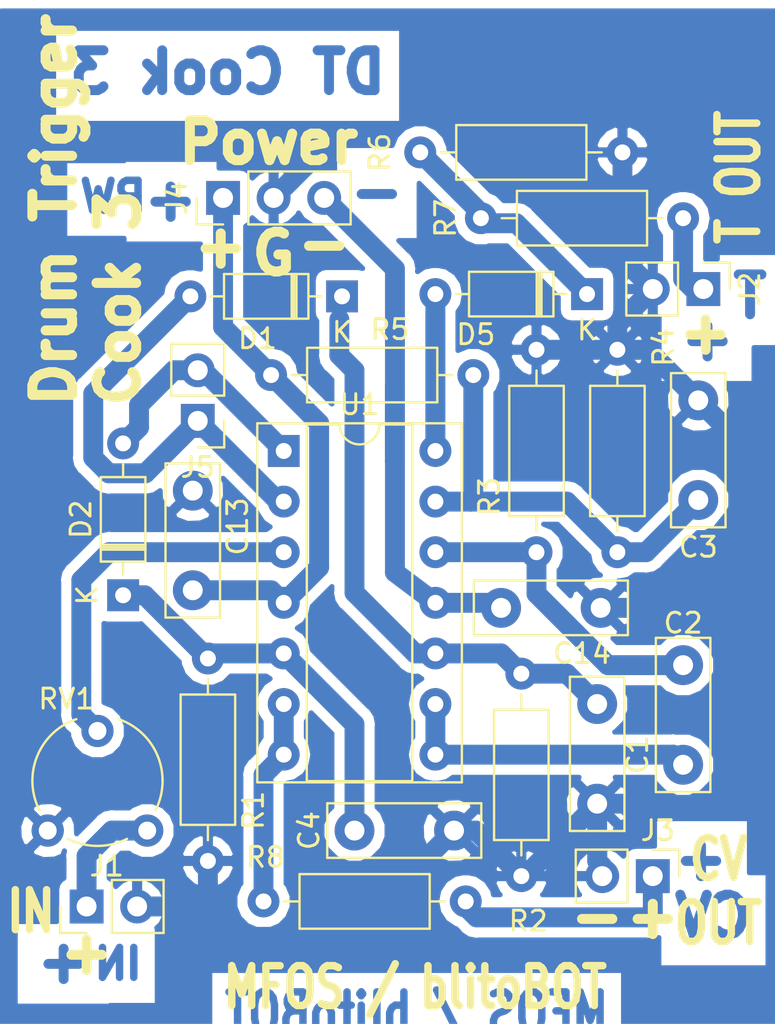
<source format=kicad_pcb>
(kicad_pcb (version 20171130) (host pcbnew "(5.0.0)")

  (general
    (thickness 1.6)
    (drawings 24)
    (tracks 117)
    (zones 0)
    (modules 24)
    (nets 18)
  )

  (page A4)
  (layers
    (0 F.Cu signal)
    (31 B.Cu signal hide)
    (32 B.Adhes user)
    (33 F.Adhes user)
    (34 B.Paste user)
    (35 F.Paste user)
    (36 B.SilkS user)
    (37 F.SilkS user)
    (38 B.Mask user)
    (39 F.Mask user)
    (40 Dwgs.User user)
    (41 Cmts.User user)
    (42 Eco1.User user)
    (43 Eco2.User user)
    (44 Edge.Cuts user)
    (45 Margin user)
    (46 B.CrtYd user)
    (47 F.CrtYd user)
    (48 B.Fab user)
    (49 F.Fab user hide)
  )

  (setup
    (last_trace_width 1)
    (user_trace_width 0.25)
    (user_trace_width 0.5)
    (user_trace_width 1)
    (trace_clearance 0.2)
    (zone_clearance 0.508)
    (zone_45_only no)
    (trace_min 0.2)
    (segment_width 0.2)
    (edge_width 0.05)
    (via_size 0.8)
    (via_drill 0.4)
    (via_min_size 0.4)
    (via_min_drill 0.3)
    (uvia_size 0.3)
    (uvia_drill 0.1)
    (uvias_allowed no)
    (uvia_min_size 0.2)
    (uvia_min_drill 0.1)
    (pcb_text_width 0.3)
    (pcb_text_size 1.5 1.5)
    (mod_edge_width 0.12)
    (mod_text_size 1 1)
    (mod_text_width 0.15)
    (pad_size 1.524 1.524)
    (pad_drill 0.762)
    (pad_to_mask_clearance 0.051)
    (solder_mask_min_width 0.25)
    (aux_axis_origin 0 0)
    (grid_origin 146.4 74)
    (visible_elements 7FFFFFFF)
    (pcbplotparams
      (layerselection 0x010fc_ffffffff)
      (usegerberextensions false)
      (usegerberattributes false)
      (usegerberadvancedattributes false)
      (creategerberjobfile false)
      (excludeedgelayer true)
      (linewidth 0.100000)
      (plotframeref false)
      (viasonmask false)
      (mode 1)
      (useauxorigin false)
      (hpglpennumber 1)
      (hpglpenspeed 20)
      (hpglpendiameter 15.000000)
      (psnegative false)
      (psa4output false)
      (plotreference true)
      (plotvalue true)
      (plotinvisibletext false)
      (padsonsilk false)
      (subtractmaskfromsilk false)
      (outputformat 1)
      (mirror false)
      (drillshape 1)
      (scaleselection 1)
      (outputdirectory ""))
  )

  (net 0 "")
  (net 1 "Net-(C1-Pad1)")
  (net 2 GND)
  (net 3 "Net-(C2-Pad2)")
  (net 4 "Net-(C2-Pad1)")
  (net 5 "Net-(C3-Pad2)")
  (net 6 "Net-(C4-Pad1)")
  (net 7 +12V)
  (net 8 -12V)
  (net 9 "Net-(D1-Pad2)")
  (net 10 "Net-(D5-Pad2)")
  (net 11 "Net-(D5-Pad1)")
  (net 12 "Net-(R8-Pad1)")
  (net 13 "Net-(RV1-Pad2)")
  (net 14 "Net-(J1-Pad1)")
  (net 15 "Net-(J2-Pad1)")
  (net 16 "Net-(J3-Pad1)")
  (net 17 "Net-(D2-Pad2)")

  (net_class Default "This is the default net class."
    (clearance 0.2)
    (trace_width 0.25)
    (via_dia 0.8)
    (via_drill 0.4)
    (uvia_dia 0.3)
    (uvia_drill 0.1)
    (add_net +12V)
    (add_net -12V)
    (add_net GND)
    (add_net "Net-(C1-Pad1)")
    (add_net "Net-(C2-Pad1)")
    (add_net "Net-(C2-Pad2)")
    (add_net "Net-(C3-Pad2)")
    (add_net "Net-(C4-Pad1)")
    (add_net "Net-(D1-Pad2)")
    (add_net "Net-(D2-Pad2)")
    (add_net "Net-(D5-Pad1)")
    (add_net "Net-(D5-Pad2)")
    (add_net "Net-(J1-Pad1)")
    (add_net "Net-(J2-Pad1)")
    (add_net "Net-(J3-Pad1)")
    (add_net "Net-(R8-Pad1)")
    (add_net "Net-(RV1-Pad2)")
  )

  (module Capacitor_THT:C_Disc_D7.5mm_W2.5mm_P5.00mm (layer F.Cu) (tedit 5AE50EF0) (tstamp 5E9529C4)
    (at 142.75 87 90)
    (descr "C, Disc series, Radial, pin pitch=5.00mm, , diameter*width=7.5*2.5mm^2, Capacitor, http://www.vishay.com/docs/28535/vy2series.pdf")
    (tags "C Disc series Radial pin pitch 5.00mm  diameter 7.5mm width 2.5mm Capacitor")
    (path /5E5D7804)
    (fp_text reference C13 (at 3.2 2.25 90) (layer F.SilkS)
      (effects (font (size 1 1) (thickness 0.15)))
    )
    (fp_text value 0.1uF (at 2.4 2.25 90) (layer F.Fab)
      (effects (font (size 1 1) (thickness 0.15)))
    )
    (fp_text user %R (at 2.5 0 90) (layer F.Fab)
      (effects (font (size 1 1) (thickness 0.15)))
    )
    (fp_line (start 6.5 -1.5) (end -1.5 -1.5) (layer F.CrtYd) (width 0.05))
    (fp_line (start 6.5 1.5) (end 6.5 -1.5) (layer F.CrtYd) (width 0.05))
    (fp_line (start -1.5 1.5) (end 6.5 1.5) (layer F.CrtYd) (width 0.05))
    (fp_line (start -1.5 -1.5) (end -1.5 1.5) (layer F.CrtYd) (width 0.05))
    (fp_line (start 6.37 -1.37) (end 6.37 1.37) (layer F.SilkS) (width 0.12))
    (fp_line (start -1.37 -1.37) (end -1.37 1.37) (layer F.SilkS) (width 0.12))
    (fp_line (start -1.37 1.37) (end 6.37 1.37) (layer F.SilkS) (width 0.12))
    (fp_line (start -1.37 -1.37) (end 6.37 -1.37) (layer F.SilkS) (width 0.12))
    (fp_line (start 6.25 -1.25) (end -1.25 -1.25) (layer F.Fab) (width 0.1))
    (fp_line (start 6.25 1.25) (end 6.25 -1.25) (layer F.Fab) (width 0.1))
    (fp_line (start -1.25 1.25) (end 6.25 1.25) (layer F.Fab) (width 0.1))
    (fp_line (start -1.25 -1.25) (end -1.25 1.25) (layer F.Fab) (width 0.1))
    (pad 2 thru_hole circle (at 5 0 90) (size 2 2) (drill 1) (layers *.Cu *.Mask)
      (net 2 GND))
    (pad 1 thru_hole circle (at 0 0 90) (size 2 2) (drill 1) (layers *.Cu *.Mask)
      (net 7 +12V))
    (model ${KISYS3DMOD}/Capacitor_THT.3dshapes/C_Disc_D7.5mm_W2.5mm_P5.00mm.wrl
      (at (xyz 0 0 0))
      (scale (xyz 1 1 1))
      (rotate (xyz 0 0 0))
    )
  )

  (module Connector_PinHeader_2.54mm:PinHeader_1x02_P2.54mm_Vertical (layer F.Cu) (tedit 59FED5CC) (tstamp 5FC400AB)
    (at 143 78.5 180)
    (descr "Through hole straight pin header, 1x02, 2.54mm pitch, single row")
    (tags "Through hole pin header THT 1x02 2.54mm single row")
    (path /5FC3FA6F)
    (fp_text reference J5 (at 0 -2.33 180) (layer F.SilkS)
      (effects (font (size 1 1) (thickness 0.15)))
    )
    (fp_text value Gain (at 2.8 3.1 270) (layer F.Fab)
      (effects (font (size 1 1) (thickness 0.15)))
    )
    (fp_line (start -0.635 -1.27) (end 1.27 -1.27) (layer F.Fab) (width 0.1))
    (fp_line (start 1.27 -1.27) (end 1.27 3.81) (layer F.Fab) (width 0.1))
    (fp_line (start 1.27 3.81) (end -1.27 3.81) (layer F.Fab) (width 0.1))
    (fp_line (start -1.27 3.81) (end -1.27 -0.635) (layer F.Fab) (width 0.1))
    (fp_line (start -1.27 -0.635) (end -0.635 -1.27) (layer F.Fab) (width 0.1))
    (fp_line (start -1.33 3.87) (end 1.33 3.87) (layer F.SilkS) (width 0.12))
    (fp_line (start -1.33 1.27) (end -1.33 3.87) (layer F.SilkS) (width 0.12))
    (fp_line (start 1.33 1.27) (end 1.33 3.87) (layer F.SilkS) (width 0.12))
    (fp_line (start -1.33 1.27) (end 1.33 1.27) (layer F.SilkS) (width 0.12))
    (fp_line (start -1.33 0) (end -1.33 -1.33) (layer F.SilkS) (width 0.12))
    (fp_line (start -1.33 -1.33) (end 0 -1.33) (layer F.SilkS) (width 0.12))
    (fp_line (start -1.8 -1.8) (end -1.8 4.35) (layer F.CrtYd) (width 0.05))
    (fp_line (start -1.8 4.35) (end 1.8 4.35) (layer F.CrtYd) (width 0.05))
    (fp_line (start 1.8 4.35) (end 1.8 -1.8) (layer F.CrtYd) (width 0.05))
    (fp_line (start 1.8 -1.8) (end -1.8 -1.8) (layer F.CrtYd) (width 0.05))
    (fp_text user %R (at 0 1.27 270) (layer F.Fab)
      (effects (font (size 1 1) (thickness 0.15)))
    )
    (pad 1 thru_hole rect (at 0 0 180) (size 1.7 1.7) (drill 1) (layers *.Cu *.Mask)
      (net 9 "Net-(D1-Pad2)"))
    (pad 2 thru_hole oval (at 0 2.54 180) (size 1.7 1.7) (drill 1) (layers *.Cu *.Mask)
      (net 17 "Net-(D2-Pad2)"))
    (model ${KISYS3DMOD}/Connector_PinHeader_2.54mm.3dshapes/PinHeader_1x02_P2.54mm_Vertical.wrl
      (at (xyz 0 0 0))
      (scale (xyz 1 1 1))
      (rotate (xyz 0 0 0))
    )
  )

  (module Potentiometer_THT:Potentiometer_Piher_PT-6-V_Vertical (layer F.Cu) (tedit 5A3D4993) (tstamp 5E956C03)
    (at 140.462 99.06 90)
    (descr "Potentiometer, vertical, Piher PT-6-V, http://www.piher-nacesa.com/pdf/11-PT6v03.pdf")
    (tags "Potentiometer vertical Piher PT-6-V")
    (path /5E5144F5)
    (fp_text reference RV1 (at 6.604 -4.064 180) (layer F.SilkS)
      (effects (font (size 1 1) (thickness 0.15)))
    )
    (fp_text value InputTrim (at 2.5 2.06 90) (layer F.Fab)
      (effects (font (size 1 1) (thickness 0.15)))
    )
    (fp_text user %R (at 0.55 -2.5) (layer F.Fab)
      (effects (font (size 1 1) (thickness 0.15)))
    )
    (fp_line (start 6.1 -6.1) (end -1.1 -6.1) (layer F.CrtYd) (width 0.05))
    (fp_line (start 6.1 1.1) (end 6.1 -6.1) (layer F.CrtYd) (width 0.05))
    (fp_line (start -1.1 1.1) (end 6.1 1.1) (layer F.CrtYd) (width 0.05))
    (fp_line (start -1.1 -6.1) (end -1.1 1.1) (layer F.CrtYd) (width 0.05))
    (fp_circle (center 2.5 -2.5) (end 3.4 -2.5) (layer F.Fab) (width 0.1))
    (fp_circle (center 2.5 -2.5) (end 5.65 -2.5) (layer F.Fab) (width 0.1))
    (fp_arc (start 2.5 -2.5) (end 1.015 0.414) (angle -28) (layer F.SilkS) (width 0.12))
    (fp_arc (start 2.5 -2.5) (end -0.414 -3.984) (angle -54) (layer F.SilkS) (width 0.12))
    (fp_arc (start 2.5 -2.5) (end 5.592 -3.564) (angle -98) (layer F.SilkS) (width 0.12))
    (fp_arc (start 2.5 -2.5) (end 2.5 0.77) (angle -71) (layer F.SilkS) (width 0.12))
    (pad 1 thru_hole circle (at 0 0 90) (size 1.62 1.62) (drill 0.9) (layers *.Cu *.Mask)
      (net 14 "Net-(J1-Pad1)"))
    (pad 2 thru_hole circle (at 5 -2.5 90) (size 1.62 1.62) (drill 0.9) (layers *.Cu *.Mask)
      (net 13 "Net-(RV1-Pad2)"))
    (pad 3 thru_hole circle (at 0 -5 90) (size 1.62 1.62) (drill 0.9) (layers *.Cu *.Mask)
      (net 2 GND))
    (model ${KISYS3DMOD}/Potentiometer_THT.3dshapes/Potentiometer_Piher_PT-6-V_Vertical.wrl
      (at (xyz 0 0 0))
      (scale (xyz 1 1 1))
      (rotate (xyz 0 0 0))
    )
  )

  (module Resistor_THT:R_Axial_DIN0207_L6.3mm_D2.5mm_P10.16mm_Horizontal (layer F.Cu) (tedit 5AE5139B) (tstamp 5E51D0B8)
    (at 157.226 68.326)
    (descr "Resistor, Axial_DIN0207 series, Axial, Horizontal, pin pitch=10.16mm, 0.25W = 1/4W, length*diameter=6.3*2.5mm^2, http://cdn-reichelt.de/documents/datenblatt/B400/1_4W%23YAG.pdf")
    (tags "Resistor Axial_DIN0207 series Axial Horizontal pin pitch 10.16mm 0.25W = 1/4W length 6.3mm diameter 2.5mm")
    (path /5E51E0A2)
    (fp_text reference R7 (at -1.778 0 90) (layer F.SilkS)
      (effects (font (size 1 1) (thickness 0.15)))
    )
    (fp_text value 1k (at 12.174 0.074 90) (layer F.Fab)
      (effects (font (size 1 1) (thickness 0.15)))
    )
    (fp_text user %R (at 5.08 0) (layer F.Fab)
      (effects (font (size 1 1) (thickness 0.15)))
    )
    (fp_line (start 11.21 -1.5) (end -1.05 -1.5) (layer F.CrtYd) (width 0.05))
    (fp_line (start 11.21 1.5) (end 11.21 -1.5) (layer F.CrtYd) (width 0.05))
    (fp_line (start -1.05 1.5) (end 11.21 1.5) (layer F.CrtYd) (width 0.05))
    (fp_line (start -1.05 -1.5) (end -1.05 1.5) (layer F.CrtYd) (width 0.05))
    (fp_line (start 9.12 0) (end 8.35 0) (layer F.SilkS) (width 0.12))
    (fp_line (start 1.04 0) (end 1.81 0) (layer F.SilkS) (width 0.12))
    (fp_line (start 8.35 -1.37) (end 1.81 -1.37) (layer F.SilkS) (width 0.12))
    (fp_line (start 8.35 1.37) (end 8.35 -1.37) (layer F.SilkS) (width 0.12))
    (fp_line (start 1.81 1.37) (end 8.35 1.37) (layer F.SilkS) (width 0.12))
    (fp_line (start 1.81 -1.37) (end 1.81 1.37) (layer F.SilkS) (width 0.12))
    (fp_line (start 10.16 0) (end 8.23 0) (layer F.Fab) (width 0.1))
    (fp_line (start 0 0) (end 1.93 0) (layer F.Fab) (width 0.1))
    (fp_line (start 8.23 -1.25) (end 1.93 -1.25) (layer F.Fab) (width 0.1))
    (fp_line (start 8.23 1.25) (end 8.23 -1.25) (layer F.Fab) (width 0.1))
    (fp_line (start 1.93 1.25) (end 8.23 1.25) (layer F.Fab) (width 0.1))
    (fp_line (start 1.93 -1.25) (end 1.93 1.25) (layer F.Fab) (width 0.1))
    (pad 2 thru_hole oval (at 10.16 0) (size 1.6 1.6) (drill 0.8) (layers *.Cu *.Mask)
      (net 15 "Net-(J2-Pad1)"))
    (pad 1 thru_hole circle (at 0 0) (size 1.6 1.6) (drill 0.8) (layers *.Cu *.Mask)
      (net 11 "Net-(D5-Pad1)"))
    (model ${KISYS3DMOD}/Resistor_THT.3dshapes/R_Axial_DIN0207_L6.3mm_D2.5mm_P10.16mm_Horizontal.wrl
      (at (xyz 0 0 0))
      (scale (xyz 1 1 1))
      (rotate (xyz 0 0 0))
    )
  )

  (module Resistor_THT:R_Axial_DIN0207_L6.3mm_D2.5mm_P10.16mm_Horizontal (layer F.Cu) (tedit 5AE5139B) (tstamp 5E51D045)
    (at 159.258 91.186 270)
    (descr "Resistor, Axial_DIN0207 series, Axial, Horizontal, pin pitch=10.16mm, 0.25W = 1/4W, length*diameter=6.3*2.5mm^2, http://cdn-reichelt.de/documents/datenblatt/B400/1_4W%23YAG.pdf")
    (tags "Resistor Axial_DIN0207 series Axial Horizontal pin pitch 10.16mm 0.25W = 1/4W length 6.3mm diameter 2.5mm")
    (path /5E51ACE5)
    (fp_text reference R2 (at 12.414 -0.342 180) (layer F.SilkS)
      (effects (font (size 1 1) (thickness 0.15)))
    )
    (fp_text value 1M (at 12.414 0.058 180) (layer F.Fab)
      (effects (font (size 1 1) (thickness 0.15)))
    )
    (fp_text user %R (at 5.08 0 90) (layer F.Fab)
      (effects (font (size 1 1) (thickness 0.15)))
    )
    (fp_line (start 11.21 -1.5) (end -1.05 -1.5) (layer F.CrtYd) (width 0.05))
    (fp_line (start 11.21 1.5) (end 11.21 -1.5) (layer F.CrtYd) (width 0.05))
    (fp_line (start -1.05 1.5) (end 11.21 1.5) (layer F.CrtYd) (width 0.05))
    (fp_line (start -1.05 -1.5) (end -1.05 1.5) (layer F.CrtYd) (width 0.05))
    (fp_line (start 9.12 0) (end 8.35 0) (layer F.SilkS) (width 0.12))
    (fp_line (start 1.04 0) (end 1.81 0) (layer F.SilkS) (width 0.12))
    (fp_line (start 8.35 -1.37) (end 1.81 -1.37) (layer F.SilkS) (width 0.12))
    (fp_line (start 8.35 1.37) (end 8.35 -1.37) (layer F.SilkS) (width 0.12))
    (fp_line (start 1.81 1.37) (end 8.35 1.37) (layer F.SilkS) (width 0.12))
    (fp_line (start 1.81 -1.37) (end 1.81 1.37) (layer F.SilkS) (width 0.12))
    (fp_line (start 10.16 0) (end 8.23 0) (layer F.Fab) (width 0.1))
    (fp_line (start 0 0) (end 1.93 0) (layer F.Fab) (width 0.1))
    (fp_line (start 8.23 -1.25) (end 1.93 -1.25) (layer F.Fab) (width 0.1))
    (fp_line (start 8.23 1.25) (end 8.23 -1.25) (layer F.Fab) (width 0.1))
    (fp_line (start 1.93 1.25) (end 8.23 1.25) (layer F.Fab) (width 0.1))
    (fp_line (start 1.93 -1.25) (end 1.93 1.25) (layer F.Fab) (width 0.1))
    (pad 2 thru_hole oval (at 10.16 0 270) (size 1.6 1.6) (drill 0.8) (layers *.Cu *.Mask)
      (net 2 GND))
    (pad 1 thru_hole circle (at 0 0 270) (size 1.6 1.6) (drill 0.8) (layers *.Cu *.Mask)
      (net 1 "Net-(C1-Pad1)"))
    (model ${KISYS3DMOD}/Resistor_THT.3dshapes/R_Axial_DIN0207_L6.3mm_D2.5mm_P10.16mm_Horizontal.wrl
      (at (xyz 0 0 0))
      (scale (xyz 1 1 1))
      (rotate (xyz 0 0 0))
    )
  )

  (module Capacitor_THT:C_Disc_D7.5mm_W2.5mm_P5.00mm (layer F.Cu) (tedit 5AE50EF0) (tstamp 5E9529D7)
    (at 158.242 87.884)
    (descr "C, Disc series, Radial, pin pitch=5.00mm, , diameter*width=7.5*2.5mm^2, Capacitor, http://www.vishay.com/docs/28535/vy2series.pdf")
    (tags "C Disc series Radial pin pitch 5.00mm  diameter 7.5mm width 2.5mm Capacitor")
    (path /5E5E5969)
    (fp_text reference C14 (at 4.064 2.286) (layer F.SilkS)
      (effects (font (size 1 1) (thickness 0.15)))
    )
    (fp_text value 0.1uF (at 8.758 -0.084) (layer F.Fab)
      (effects (font (size 1 1) (thickness 0.15)))
    )
    (fp_text user %R (at 2.5 0) (layer F.Fab)
      (effects (font (size 1 1) (thickness 0.15)))
    )
    (fp_line (start 6.5 -1.5) (end -1.5 -1.5) (layer F.CrtYd) (width 0.05))
    (fp_line (start 6.5 1.5) (end 6.5 -1.5) (layer F.CrtYd) (width 0.05))
    (fp_line (start -1.5 1.5) (end 6.5 1.5) (layer F.CrtYd) (width 0.05))
    (fp_line (start -1.5 -1.5) (end -1.5 1.5) (layer F.CrtYd) (width 0.05))
    (fp_line (start 6.37 -1.37) (end 6.37 1.37) (layer F.SilkS) (width 0.12))
    (fp_line (start -1.37 -1.37) (end -1.37 1.37) (layer F.SilkS) (width 0.12))
    (fp_line (start -1.37 1.37) (end 6.37 1.37) (layer F.SilkS) (width 0.12))
    (fp_line (start -1.37 -1.37) (end 6.37 -1.37) (layer F.SilkS) (width 0.12))
    (fp_line (start 6.25 -1.25) (end -1.25 -1.25) (layer F.Fab) (width 0.1))
    (fp_line (start 6.25 1.25) (end 6.25 -1.25) (layer F.Fab) (width 0.1))
    (fp_line (start -1.25 1.25) (end 6.25 1.25) (layer F.Fab) (width 0.1))
    (fp_line (start -1.25 -1.25) (end -1.25 1.25) (layer F.Fab) (width 0.1))
    (pad 2 thru_hole circle (at 5 0) (size 2 2) (drill 1) (layers *.Cu *.Mask)
      (net 2 GND))
    (pad 1 thru_hole circle (at 0 0) (size 2 2) (drill 1) (layers *.Cu *.Mask)
      (net 8 -12V))
    (model ${KISYS3DMOD}/Capacitor_THT.3dshapes/C_Disc_D7.5mm_W2.5mm_P5.00mm.wrl
      (at (xyz 0 0 0))
      (scale (xyz 1 1 1))
      (rotate (xyz 0 0 0))
    )
  )

  (module Capacitor_THT:C_Disc_D7.5mm_W2.5mm_P5.00mm (layer F.Cu) (tedit 5AE50EF0) (tstamp 5E9529B1)
    (at 150.876 99.06)
    (descr "C, Disc series, Radial, pin pitch=5.00mm, , diameter*width=7.5*2.5mm^2, Capacitor, http://www.vishay.com/docs/28535/vy2series.pdf")
    (tags "C Disc series Radial pin pitch 5.00mm  diameter 7.5mm width 2.5mm Capacitor")
    (path /5E62101B)
    (fp_text reference C4 (at -2.286 0 90) (layer F.SilkS)
      (effects (font (size 1 1) (thickness 0.15)))
    )
    (fp_text value 0.1uF (at -2.476 -0.26 90) (layer F.Fab)
      (effects (font (size 1 1) (thickness 0.15)))
    )
    (fp_text user %R (at 2.5 0) (layer F.Fab)
      (effects (font (size 1 1) (thickness 0.15)))
    )
    (fp_line (start 6.5 -1.5) (end -1.5 -1.5) (layer F.CrtYd) (width 0.05))
    (fp_line (start 6.5 1.5) (end 6.5 -1.5) (layer F.CrtYd) (width 0.05))
    (fp_line (start -1.5 1.5) (end 6.5 1.5) (layer F.CrtYd) (width 0.05))
    (fp_line (start -1.5 -1.5) (end -1.5 1.5) (layer F.CrtYd) (width 0.05))
    (fp_line (start 6.37 -1.37) (end 6.37 1.37) (layer F.SilkS) (width 0.12))
    (fp_line (start -1.37 -1.37) (end -1.37 1.37) (layer F.SilkS) (width 0.12))
    (fp_line (start -1.37 1.37) (end 6.37 1.37) (layer F.SilkS) (width 0.12))
    (fp_line (start -1.37 -1.37) (end 6.37 -1.37) (layer F.SilkS) (width 0.12))
    (fp_line (start 6.25 -1.25) (end -1.25 -1.25) (layer F.Fab) (width 0.1))
    (fp_line (start 6.25 1.25) (end 6.25 -1.25) (layer F.Fab) (width 0.1))
    (fp_line (start -1.25 1.25) (end 6.25 1.25) (layer F.Fab) (width 0.1))
    (fp_line (start -1.25 -1.25) (end -1.25 1.25) (layer F.Fab) (width 0.1))
    (pad 2 thru_hole circle (at 5 0) (size 2 2) (drill 1) (layers *.Cu *.Mask)
      (net 2 GND))
    (pad 1 thru_hole circle (at 0 0) (size 2 2) (drill 1) (layers *.Cu *.Mask)
      (net 6 "Net-(C4-Pad1)"))
    (model ${KISYS3DMOD}/Capacitor_THT.3dshapes/C_Disc_D7.5mm_W2.5mm_P5.00mm.wrl
      (at (xyz 0 0 0))
      (scale (xyz 1 1 1))
      (rotate (xyz 0 0 0))
    )
  )

  (module Capacitor_THT:C_Disc_D7.5mm_W2.5mm_P5.00mm (layer F.Cu) (tedit 5AE50EF0) (tstamp 5E95299E)
    (at 168.148 77.47 270)
    (descr "C, Disc series, Radial, pin pitch=5.00mm, , diameter*width=7.5*2.5mm^2, Capacitor, http://www.vishay.com/docs/28535/vy2series.pdf")
    (tags "C Disc series Radial pin pitch 5.00mm  diameter 7.5mm width 2.5mm Capacitor")
    (path /5E5AD385)
    (fp_text reference C3 (at 7.366 0 180) (layer F.SilkS)
      (effects (font (size 1 1) (thickness 0.15)))
    )
    (fp_text value 0.1uF (at 2.53 -2.252 90) (layer F.Fab)
      (effects (font (size 1 1) (thickness 0.15)))
    )
    (fp_text user %R (at 2.5 0 90) (layer F.Fab)
      (effects (font (size 1 1) (thickness 0.15)))
    )
    (fp_line (start 6.5 -1.5) (end -1.5 -1.5) (layer F.CrtYd) (width 0.05))
    (fp_line (start 6.5 1.5) (end 6.5 -1.5) (layer F.CrtYd) (width 0.05))
    (fp_line (start -1.5 1.5) (end 6.5 1.5) (layer F.CrtYd) (width 0.05))
    (fp_line (start -1.5 -1.5) (end -1.5 1.5) (layer F.CrtYd) (width 0.05))
    (fp_line (start 6.37 -1.37) (end 6.37 1.37) (layer F.SilkS) (width 0.12))
    (fp_line (start -1.37 -1.37) (end -1.37 1.37) (layer F.SilkS) (width 0.12))
    (fp_line (start -1.37 1.37) (end 6.37 1.37) (layer F.SilkS) (width 0.12))
    (fp_line (start -1.37 -1.37) (end 6.37 -1.37) (layer F.SilkS) (width 0.12))
    (fp_line (start 6.25 -1.25) (end -1.25 -1.25) (layer F.Fab) (width 0.1))
    (fp_line (start 6.25 1.25) (end 6.25 -1.25) (layer F.Fab) (width 0.1))
    (fp_line (start -1.25 1.25) (end 6.25 1.25) (layer F.Fab) (width 0.1))
    (fp_line (start -1.25 -1.25) (end -1.25 1.25) (layer F.Fab) (width 0.1))
    (pad 2 thru_hole circle (at 5 0 270) (size 2 2) (drill 1) (layers *.Cu *.Mask)
      (net 5 "Net-(C3-Pad2)"))
    (pad 1 thru_hole circle (at 0 0 270) (size 2 2) (drill 1) (layers *.Cu *.Mask)
      (net 2 GND))
    (model ${KISYS3DMOD}/Capacitor_THT.3dshapes/C_Disc_D7.5mm_W2.5mm_P5.00mm.wrl
      (at (xyz 0 0 0))
      (scale (xyz 1 1 1))
      (rotate (xyz 0 0 0))
    )
  )

  (module Capacitor_THT:C_Disc_D7.5mm_W2.5mm_P5.00mm (layer F.Cu) (tedit 5AE50EF0) (tstamp 5E95298B)
    (at 167.386 95.758 90)
    (descr "C, Disc series, Radial, pin pitch=5.00mm, , diameter*width=7.5*2.5mm^2, Capacitor, http://www.vishay.com/docs/28535/vy2series.pdf")
    (tags "C Disc series Radial pin pitch 5.00mm  diameter 7.5mm width 2.5mm Capacitor")
    (path /5E595779)
    (fp_text reference C2 (at 7.112 0 180) (layer F.SilkS)
      (effects (font (size 1 1) (thickness 0.15)))
    )
    (fp_text value 0.1uF (at 2.5 2.5 90) (layer F.Fab)
      (effects (font (size 1 1) (thickness 0.15)))
    )
    (fp_text user %R (at 2.5 0 90) (layer F.Fab)
      (effects (font (size 1 1) (thickness 0.15)))
    )
    (fp_line (start 6.5 -1.5) (end -1.5 -1.5) (layer F.CrtYd) (width 0.05))
    (fp_line (start 6.5 1.5) (end 6.5 -1.5) (layer F.CrtYd) (width 0.05))
    (fp_line (start -1.5 1.5) (end 6.5 1.5) (layer F.CrtYd) (width 0.05))
    (fp_line (start -1.5 -1.5) (end -1.5 1.5) (layer F.CrtYd) (width 0.05))
    (fp_line (start 6.37 -1.37) (end 6.37 1.37) (layer F.SilkS) (width 0.12))
    (fp_line (start -1.37 -1.37) (end -1.37 1.37) (layer F.SilkS) (width 0.12))
    (fp_line (start -1.37 1.37) (end 6.37 1.37) (layer F.SilkS) (width 0.12))
    (fp_line (start -1.37 -1.37) (end 6.37 -1.37) (layer F.SilkS) (width 0.12))
    (fp_line (start 6.25 -1.25) (end -1.25 -1.25) (layer F.Fab) (width 0.1))
    (fp_line (start 6.25 1.25) (end 6.25 -1.25) (layer F.Fab) (width 0.1))
    (fp_line (start -1.25 1.25) (end 6.25 1.25) (layer F.Fab) (width 0.1))
    (fp_line (start -1.25 -1.25) (end -1.25 1.25) (layer F.Fab) (width 0.1))
    (pad 2 thru_hole circle (at 5 0 90) (size 2 2) (drill 1) (layers *.Cu *.Mask)
      (net 3 "Net-(C2-Pad2)"))
    (pad 1 thru_hole circle (at 0 0 90) (size 2 2) (drill 1) (layers *.Cu *.Mask)
      (net 4 "Net-(C2-Pad1)"))
    (model ${KISYS3DMOD}/Capacitor_THT.3dshapes/C_Disc_D7.5mm_W2.5mm_P5.00mm.wrl
      (at (xyz 0 0 0))
      (scale (xyz 1 1 1))
      (rotate (xyz 0 0 0))
    )
  )

  (module Capacitor_THT:C_Disc_D7.5mm_W2.5mm_P5.00mm (layer F.Cu) (tedit 5AE50EF0) (tstamp 5E952978)
    (at 163.068 92.71 270)
    (descr "C, Disc series, Radial, pin pitch=5.00mm, , diameter*width=7.5*2.5mm^2, Capacitor, http://www.vishay.com/docs/28535/vy2series.pdf")
    (tags "C Disc series Radial pin pitch 5.00mm  diameter 7.5mm width 2.5mm Capacitor")
    (path /5E51BB4F)
    (fp_text reference C1 (at 2.54 -2.032 270) (layer F.SilkS)
      (effects (font (size 1 1) (thickness 0.15)))
    )
    (fp_text value 0.1uF (at 5.69 -3.732 180) (layer F.Fab)
      (effects (font (size 1 1) (thickness 0.15)))
    )
    (fp_text user %R (at 2.5 0 90) (layer F.Fab)
      (effects (font (size 1 1) (thickness 0.15)))
    )
    (fp_line (start 6.5 -1.5) (end -1.5 -1.5) (layer F.CrtYd) (width 0.05))
    (fp_line (start 6.5 1.5) (end 6.5 -1.5) (layer F.CrtYd) (width 0.05))
    (fp_line (start -1.5 1.5) (end 6.5 1.5) (layer F.CrtYd) (width 0.05))
    (fp_line (start -1.5 -1.5) (end -1.5 1.5) (layer F.CrtYd) (width 0.05))
    (fp_line (start 6.37 -1.37) (end 6.37 1.37) (layer F.SilkS) (width 0.12))
    (fp_line (start -1.37 -1.37) (end -1.37 1.37) (layer F.SilkS) (width 0.12))
    (fp_line (start -1.37 1.37) (end 6.37 1.37) (layer F.SilkS) (width 0.12))
    (fp_line (start -1.37 -1.37) (end 6.37 -1.37) (layer F.SilkS) (width 0.12))
    (fp_line (start 6.25 -1.25) (end -1.25 -1.25) (layer F.Fab) (width 0.1))
    (fp_line (start 6.25 1.25) (end 6.25 -1.25) (layer F.Fab) (width 0.1))
    (fp_line (start -1.25 1.25) (end 6.25 1.25) (layer F.Fab) (width 0.1))
    (fp_line (start -1.25 -1.25) (end -1.25 1.25) (layer F.Fab) (width 0.1))
    (pad 2 thru_hole circle (at 5 0 270) (size 2 2) (drill 1) (layers *.Cu *.Mask)
      (net 2 GND))
    (pad 1 thru_hole circle (at 0 0 270) (size 2 2) (drill 1) (layers *.Cu *.Mask)
      (net 1 "Net-(C1-Pad1)"))
    (model ${KISYS3DMOD}/Capacitor_THT.3dshapes/C_Disc_D7.5mm_W2.5mm_P5.00mm.wrl
      (at (xyz 0 0 0))
      (scale (xyz 1 1 1))
      (rotate (xyz 0 0 0))
    )
  )

  (module Connector_PinHeader_2.54mm:PinHeader_1x03_P2.54mm_Vertical (layer F.Cu) (tedit 59FED5CC) (tstamp 5E951680)
    (at 144.272 67.31 90)
    (descr "Through hole straight pin header, 1x03, 2.54mm pitch, single row")
    (tags "Through hole pin header THT 1x03 2.54mm single row")
    (path /5E640B91)
    (fp_text reference J4 (at 0 -2.33 90) (layer F.SilkS)
      (effects (font (size 1 1) (thickness 0.15)))
    )
    (fp_text value Power (at 0 7.41 90) (layer F.Fab)
      (effects (font (size 1 1) (thickness 0.15)))
    )
    (fp_text user %R (at 0 2.54) (layer F.Fab)
      (effects (font (size 1 1) (thickness 0.15)))
    )
    (fp_line (start 1.8 -1.8) (end -1.8 -1.8) (layer F.CrtYd) (width 0.05))
    (fp_line (start 1.8 6.85) (end 1.8 -1.8) (layer F.CrtYd) (width 0.05))
    (fp_line (start -1.8 6.85) (end 1.8 6.85) (layer F.CrtYd) (width 0.05))
    (fp_line (start -1.8 -1.8) (end -1.8 6.85) (layer F.CrtYd) (width 0.05))
    (fp_line (start -1.33 -1.33) (end 0 -1.33) (layer F.SilkS) (width 0.12))
    (fp_line (start -1.33 0) (end -1.33 -1.33) (layer F.SilkS) (width 0.12))
    (fp_line (start -1.33 1.27) (end 1.33 1.27) (layer F.SilkS) (width 0.12))
    (fp_line (start 1.33 1.27) (end 1.33 6.41) (layer F.SilkS) (width 0.12))
    (fp_line (start -1.33 1.27) (end -1.33 6.41) (layer F.SilkS) (width 0.12))
    (fp_line (start -1.33 6.41) (end 1.33 6.41) (layer F.SilkS) (width 0.12))
    (fp_line (start -1.27 -0.635) (end -0.635 -1.27) (layer F.Fab) (width 0.1))
    (fp_line (start -1.27 6.35) (end -1.27 -0.635) (layer F.Fab) (width 0.1))
    (fp_line (start 1.27 6.35) (end -1.27 6.35) (layer F.Fab) (width 0.1))
    (fp_line (start 1.27 -1.27) (end 1.27 6.35) (layer F.Fab) (width 0.1))
    (fp_line (start -0.635 -1.27) (end 1.27 -1.27) (layer F.Fab) (width 0.1))
    (pad 3 thru_hole oval (at 0 5.08 90) (size 1.7 1.7) (drill 1) (layers *.Cu *.Mask)
      (net 8 -12V))
    (pad 2 thru_hole oval (at 0 2.54 90) (size 1.7 1.7) (drill 1) (layers *.Cu *.Mask)
      (net 2 GND))
    (pad 1 thru_hole rect (at 0 0 90) (size 1.7 1.7) (drill 1) (layers *.Cu *.Mask)
      (net 7 +12V))
    (model ${KISYS3DMOD}/Connector_PinHeader_2.54mm.3dshapes/PinHeader_1x03_P2.54mm_Vertical.wrl
      (at (xyz 0 0 0))
      (scale (xyz 1 1 1))
      (rotate (xyz 0 0 0))
    )
  )

  (module Connector_PinHeader_2.54mm:PinHeader_1x02_P2.54mm_Vertical (layer F.Cu) (tedit 59FED5CC) (tstamp 5E951A16)
    (at 165.862 101.346 270)
    (descr "Through hole straight pin header, 1x02, 2.54mm pitch, single row")
    (tags "Through hole pin header THT 1x02 2.54mm single row")
    (path /5E6542FC)
    (fp_text reference J3 (at -2.286 -0.254) (layer F.SilkS)
      (effects (font (size 1 1) (thickness 0.15)))
    )
    (fp_text value CVout (at 0 4.87 90) (layer F.Fab)
      (effects (font (size 1 1) (thickness 0.15)))
    )
    (fp_text user %R (at 0 1.27) (layer F.Fab)
      (effects (font (size 1 1) (thickness 0.15)))
    )
    (fp_line (start 1.8 -1.8) (end -1.8 -1.8) (layer F.CrtYd) (width 0.05))
    (fp_line (start 1.8 4.35) (end 1.8 -1.8) (layer F.CrtYd) (width 0.05))
    (fp_line (start -1.8 4.35) (end 1.8 4.35) (layer F.CrtYd) (width 0.05))
    (fp_line (start -1.8 -1.8) (end -1.8 4.35) (layer F.CrtYd) (width 0.05))
    (fp_line (start -1.33 -1.33) (end 0 -1.33) (layer F.SilkS) (width 0.12))
    (fp_line (start -1.33 0) (end -1.33 -1.33) (layer F.SilkS) (width 0.12))
    (fp_line (start -1.33 1.27) (end 1.33 1.27) (layer F.SilkS) (width 0.12))
    (fp_line (start 1.33 1.27) (end 1.33 3.87) (layer F.SilkS) (width 0.12))
    (fp_line (start -1.33 1.27) (end -1.33 3.87) (layer F.SilkS) (width 0.12))
    (fp_line (start -1.33 3.87) (end 1.33 3.87) (layer F.SilkS) (width 0.12))
    (fp_line (start -1.27 -0.635) (end -0.635 -1.27) (layer F.Fab) (width 0.1))
    (fp_line (start -1.27 3.81) (end -1.27 -0.635) (layer F.Fab) (width 0.1))
    (fp_line (start 1.27 3.81) (end -1.27 3.81) (layer F.Fab) (width 0.1))
    (fp_line (start 1.27 -1.27) (end 1.27 3.81) (layer F.Fab) (width 0.1))
    (fp_line (start -0.635 -1.27) (end 1.27 -1.27) (layer F.Fab) (width 0.1))
    (pad 2 thru_hole oval (at 0 2.54 270) (size 1.7 1.7) (drill 1) (layers *.Cu *.Mask)
      (net 2 GND))
    (pad 1 thru_hole rect (at 0 0 270) (size 1.7 1.7) (drill 1) (layers *.Cu *.Mask)
      (net 16 "Net-(J3-Pad1)"))
    (model ${KISYS3DMOD}/Connector_PinHeader_2.54mm.3dshapes/PinHeader_1x02_P2.54mm_Vertical.wrl
      (at (xyz 0 0 0))
      (scale (xyz 1 1 1))
      (rotate (xyz 0 0 0))
    )
  )

  (module Connector_PinHeader_2.54mm:PinHeader_1x02_P2.54mm_Vertical (layer F.Cu) (tedit 59FED5CC) (tstamp 5E951653)
    (at 168.402 71.882 270)
    (descr "Through hole straight pin header, 1x02, 2.54mm pitch, single row")
    (tags "Through hole pin header THT 1x02 2.54mm single row")
    (path /5E6530FF)
    (fp_text reference J2 (at 0 -2.33 90) (layer F.SilkS)
      (effects (font (size 1 1) (thickness 0.15)))
    )
    (fp_text value TrigOut (at 0 4.87 90) (layer F.Fab)
      (effects (font (size 1 1) (thickness 0.15)))
    )
    (fp_text user %R (at 0 1.27) (layer F.Fab)
      (effects (font (size 1 1) (thickness 0.15)))
    )
    (fp_line (start 1.8 -1.8) (end -1.8 -1.8) (layer F.CrtYd) (width 0.05))
    (fp_line (start 1.8 4.35) (end 1.8 -1.8) (layer F.CrtYd) (width 0.05))
    (fp_line (start -1.8 4.35) (end 1.8 4.35) (layer F.CrtYd) (width 0.05))
    (fp_line (start -1.8 -1.8) (end -1.8 4.35) (layer F.CrtYd) (width 0.05))
    (fp_line (start -1.33 -1.33) (end 0 -1.33) (layer F.SilkS) (width 0.12))
    (fp_line (start -1.33 0) (end -1.33 -1.33) (layer F.SilkS) (width 0.12))
    (fp_line (start -1.33 1.27) (end 1.33 1.27) (layer F.SilkS) (width 0.12))
    (fp_line (start 1.33 1.27) (end 1.33 3.87) (layer F.SilkS) (width 0.12))
    (fp_line (start -1.33 1.27) (end -1.33 3.87) (layer F.SilkS) (width 0.12))
    (fp_line (start -1.33 3.87) (end 1.33 3.87) (layer F.SilkS) (width 0.12))
    (fp_line (start -1.27 -0.635) (end -0.635 -1.27) (layer F.Fab) (width 0.1))
    (fp_line (start -1.27 3.81) (end -1.27 -0.635) (layer F.Fab) (width 0.1))
    (fp_line (start 1.27 3.81) (end -1.27 3.81) (layer F.Fab) (width 0.1))
    (fp_line (start 1.27 -1.27) (end 1.27 3.81) (layer F.Fab) (width 0.1))
    (fp_line (start -0.635 -1.27) (end 1.27 -1.27) (layer F.Fab) (width 0.1))
    (pad 2 thru_hole oval (at 0 2.54 270) (size 1.7 1.7) (drill 1) (layers *.Cu *.Mask)
      (net 2 GND))
    (pad 1 thru_hole rect (at 0 0 270) (size 1.7 1.7) (drill 1) (layers *.Cu *.Mask)
      (net 15 "Net-(J2-Pad1)"))
    (model ${KISYS3DMOD}/Connector_PinHeader_2.54mm.3dshapes/PinHeader_1x02_P2.54mm_Vertical.wrl
      (at (xyz 0 0 0))
      (scale (xyz 1 1 1))
      (rotate (xyz 0 0 0))
    )
  )

  (module Connector_PinHeader_2.54mm:PinHeader_1x02_P2.54mm_Vertical (layer F.Cu) (tedit 59FED5CC) (tstamp 5E95163D)
    (at 137.414 102.87 90)
    (descr "Through hole straight pin header, 1x02, 2.54mm pitch, single row")
    (tags "Through hole pin header THT 1x02 2.54mm single row")
    (path /5E650613)
    (fp_text reference J1 (at 2.032 1.016 180) (layer F.SilkS)
      (effects (font (size 1 1) (thickness 0.15)))
    )
    (fp_text value Input (at 0 4.87 90) (layer F.Fab)
      (effects (font (size 1 1) (thickness 0.15)))
    )
    (fp_text user %R (at 0 1.27) (layer F.Fab)
      (effects (font (size 1 1) (thickness 0.15)))
    )
    (fp_line (start 1.8 -1.8) (end -1.8 -1.8) (layer F.CrtYd) (width 0.05))
    (fp_line (start 1.8 4.35) (end 1.8 -1.8) (layer F.CrtYd) (width 0.05))
    (fp_line (start -1.8 4.35) (end 1.8 4.35) (layer F.CrtYd) (width 0.05))
    (fp_line (start -1.8 -1.8) (end -1.8 4.35) (layer F.CrtYd) (width 0.05))
    (fp_line (start -1.33 -1.33) (end 0 -1.33) (layer F.SilkS) (width 0.12))
    (fp_line (start -1.33 0) (end -1.33 -1.33) (layer F.SilkS) (width 0.12))
    (fp_line (start -1.33 1.27) (end 1.33 1.27) (layer F.SilkS) (width 0.12))
    (fp_line (start 1.33 1.27) (end 1.33 3.87) (layer F.SilkS) (width 0.12))
    (fp_line (start -1.33 1.27) (end -1.33 3.87) (layer F.SilkS) (width 0.12))
    (fp_line (start -1.33 3.87) (end 1.33 3.87) (layer F.SilkS) (width 0.12))
    (fp_line (start -1.27 -0.635) (end -0.635 -1.27) (layer F.Fab) (width 0.1))
    (fp_line (start -1.27 3.81) (end -1.27 -0.635) (layer F.Fab) (width 0.1))
    (fp_line (start 1.27 3.81) (end -1.27 3.81) (layer F.Fab) (width 0.1))
    (fp_line (start 1.27 -1.27) (end 1.27 3.81) (layer F.Fab) (width 0.1))
    (fp_line (start -0.635 -1.27) (end 1.27 -1.27) (layer F.Fab) (width 0.1))
    (pad 2 thru_hole oval (at 0 2.54 90) (size 1.7 1.7) (drill 1) (layers *.Cu *.Mask)
      (net 2 GND))
    (pad 1 thru_hole rect (at 0 0 90) (size 1.7 1.7) (drill 1) (layers *.Cu *.Mask)
      (net 14 "Net-(J1-Pad1)"))
    (model ${KISYS3DMOD}/Connector_PinHeader_2.54mm.3dshapes/PinHeader_1x02_P2.54mm_Vertical.wrl
      (at (xyz 0 0 0))
      (scale (xyz 1 1 1))
      (rotate (xyz 0 0 0))
    )
  )

  (module Package_DIP:DIP-14_W7.62mm_Socket (layer F.Cu) (tedit 5A02E8C5) (tstamp 5E51D123)
    (at 147.32 80.01)
    (descr "14-lead though-hole mounted DIP package, row spacing 7.62 mm (300 mils), Socket")
    (tags "THT DIP DIL PDIP 2.54mm 7.62mm 300mil Socket")
    (path /5E51773B)
    (fp_text reference U1 (at 3.81 -2.33) (layer F.SilkS)
      (effects (font (size 1 1) (thickness 0.15)))
    )
    (fp_text value TL074 (at 3.88 15.39) (layer F.Fab)
      (effects (font (size 1 1) (thickness 0.15)))
    )
    (fp_text user %R (at 3.81 7.62) (layer F.Fab)
      (effects (font (size 1 1) (thickness 0.15)))
    )
    (fp_line (start 9.15 -1.6) (end -1.55 -1.6) (layer F.CrtYd) (width 0.05))
    (fp_line (start 9.15 16.85) (end 9.15 -1.6) (layer F.CrtYd) (width 0.05))
    (fp_line (start -1.55 16.85) (end 9.15 16.85) (layer F.CrtYd) (width 0.05))
    (fp_line (start -1.55 -1.6) (end -1.55 16.85) (layer F.CrtYd) (width 0.05))
    (fp_line (start 8.95 -1.39) (end -1.33 -1.39) (layer F.SilkS) (width 0.12))
    (fp_line (start 8.95 16.63) (end 8.95 -1.39) (layer F.SilkS) (width 0.12))
    (fp_line (start -1.33 16.63) (end 8.95 16.63) (layer F.SilkS) (width 0.12))
    (fp_line (start -1.33 -1.39) (end -1.33 16.63) (layer F.SilkS) (width 0.12))
    (fp_line (start 6.46 -1.33) (end 4.81 -1.33) (layer F.SilkS) (width 0.12))
    (fp_line (start 6.46 16.57) (end 6.46 -1.33) (layer F.SilkS) (width 0.12))
    (fp_line (start 1.16 16.57) (end 6.46 16.57) (layer F.SilkS) (width 0.12))
    (fp_line (start 1.16 -1.33) (end 1.16 16.57) (layer F.SilkS) (width 0.12))
    (fp_line (start 2.81 -1.33) (end 1.16 -1.33) (layer F.SilkS) (width 0.12))
    (fp_line (start 8.89 -1.33) (end -1.27 -1.33) (layer F.Fab) (width 0.1))
    (fp_line (start 8.89 16.57) (end 8.89 -1.33) (layer F.Fab) (width 0.1))
    (fp_line (start -1.27 16.57) (end 8.89 16.57) (layer F.Fab) (width 0.1))
    (fp_line (start -1.27 -1.33) (end -1.27 16.57) (layer F.Fab) (width 0.1))
    (fp_line (start 0.635 -0.27) (end 1.635 -1.27) (layer F.Fab) (width 0.1))
    (fp_line (start 0.635 16.51) (end 0.635 -0.27) (layer F.Fab) (width 0.1))
    (fp_line (start 6.985 16.51) (end 0.635 16.51) (layer F.Fab) (width 0.1))
    (fp_line (start 6.985 -1.27) (end 6.985 16.51) (layer F.Fab) (width 0.1))
    (fp_line (start 1.635 -1.27) (end 6.985 -1.27) (layer F.Fab) (width 0.1))
    (fp_arc (start 3.81 -1.33) (end 2.81 -1.33) (angle -180) (layer F.SilkS) (width 0.12))
    (pad 14 thru_hole oval (at 7.62 0) (size 1.6 1.6) (drill 0.8) (layers *.Cu *.Mask)
      (net 10 "Net-(D5-Pad2)"))
    (pad 7 thru_hole oval (at 0 15.24) (size 1.6 1.6) (drill 0.8) (layers *.Cu *.Mask)
      (net 12 "Net-(R8-Pad1)"))
    (pad 13 thru_hole oval (at 7.62 2.54) (size 1.6 1.6) (drill 0.8) (layers *.Cu *.Mask)
      (net 5 "Net-(C3-Pad2)"))
    (pad 6 thru_hole oval (at 0 12.7) (size 1.6 1.6) (drill 0.8) (layers *.Cu *.Mask)
      (net 12 "Net-(R8-Pad1)"))
    (pad 12 thru_hole oval (at 7.62 5.08) (size 1.6 1.6) (drill 0.8) (layers *.Cu *.Mask)
      (net 3 "Net-(C2-Pad2)"))
    (pad 5 thru_hole oval (at 0 10.16) (size 1.6 1.6) (drill 0.8) (layers *.Cu *.Mask)
      (net 6 "Net-(C4-Pad1)"))
    (pad 11 thru_hole oval (at 7.62 7.62) (size 1.6 1.6) (drill 0.8) (layers *.Cu *.Mask)
      (net 8 -12V))
    (pad 4 thru_hole oval (at 0 7.62) (size 1.6 1.6) (drill 0.8) (layers *.Cu *.Mask)
      (net 7 +12V))
    (pad 10 thru_hole oval (at 7.62 10.16) (size 1.6 1.6) (drill 0.8) (layers *.Cu *.Mask)
      (net 1 "Net-(C1-Pad1)"))
    (pad 3 thru_hole oval (at 0 5.08) (size 1.6 1.6) (drill 0.8) (layers *.Cu *.Mask)
      (net 13 "Net-(RV1-Pad2)"))
    (pad 9 thru_hole oval (at 7.62 12.7) (size 1.6 1.6) (drill 0.8) (layers *.Cu *.Mask)
      (net 4 "Net-(C2-Pad1)"))
    (pad 2 thru_hole oval (at 0 2.54) (size 1.6 1.6) (drill 0.8) (layers *.Cu *.Mask)
      (net 9 "Net-(D1-Pad2)"))
    (pad 8 thru_hole oval (at 7.62 15.24) (size 1.6 1.6) (drill 0.8) (layers *.Cu *.Mask)
      (net 4 "Net-(C2-Pad1)"))
    (pad 1 thru_hole rect (at 0 0) (size 1.6 1.6) (drill 0.8) (layers *.Cu *.Mask)
      (net 17 "Net-(D2-Pad2)"))
    (model ${KISYS3DMOD}/Package_DIP.3dshapes/DIP-14_W7.62mm_Socket.wrl
      (at (xyz 0 0 0))
      (scale (xyz 1 1 1))
      (rotate (xyz 0 0 0))
    )
  )

  (module Resistor_THT:R_Axial_DIN0207_L6.3mm_D2.5mm_P10.16mm_Horizontal (layer F.Cu) (tedit 5AE5139B) (tstamp 5E51D0CF)
    (at 146.304 102.616)
    (descr "Resistor, Axial_DIN0207 series, Axial, Horizontal, pin pitch=10.16mm, 0.25W = 1/4W, length*diameter=6.3*2.5mm^2, http://cdn-reichelt.de/documents/datenblatt/B400/1_4W%23YAG.pdf")
    (tags "Resistor Axial_DIN0207 series Axial Horizontal pin pitch 10.16mm 0.25W = 1/4W length 6.3mm diameter 2.5mm")
    (path /5E62424E)
    (fp_text reference R8 (at 0.096 -2.216) (layer F.SilkS)
      (effects (font (size 1 1) (thickness 0.15)))
    )
    (fp_text value 1k (at 5.08 2.37) (layer F.Fab)
      (effects (font (size 1 1) (thickness 0.15)))
    )
    (fp_text user %R (at 5.08 0) (layer F.Fab)
      (effects (font (size 1 1) (thickness 0.15)))
    )
    (fp_line (start 11.21 -1.5) (end -1.05 -1.5) (layer F.CrtYd) (width 0.05))
    (fp_line (start 11.21 1.5) (end 11.21 -1.5) (layer F.CrtYd) (width 0.05))
    (fp_line (start -1.05 1.5) (end 11.21 1.5) (layer F.CrtYd) (width 0.05))
    (fp_line (start -1.05 -1.5) (end -1.05 1.5) (layer F.CrtYd) (width 0.05))
    (fp_line (start 9.12 0) (end 8.35 0) (layer F.SilkS) (width 0.12))
    (fp_line (start 1.04 0) (end 1.81 0) (layer F.SilkS) (width 0.12))
    (fp_line (start 8.35 -1.37) (end 1.81 -1.37) (layer F.SilkS) (width 0.12))
    (fp_line (start 8.35 1.37) (end 8.35 -1.37) (layer F.SilkS) (width 0.12))
    (fp_line (start 1.81 1.37) (end 8.35 1.37) (layer F.SilkS) (width 0.12))
    (fp_line (start 1.81 -1.37) (end 1.81 1.37) (layer F.SilkS) (width 0.12))
    (fp_line (start 10.16 0) (end 8.23 0) (layer F.Fab) (width 0.1))
    (fp_line (start 0 0) (end 1.93 0) (layer F.Fab) (width 0.1))
    (fp_line (start 8.23 -1.25) (end 1.93 -1.25) (layer F.Fab) (width 0.1))
    (fp_line (start 8.23 1.25) (end 8.23 -1.25) (layer F.Fab) (width 0.1))
    (fp_line (start 1.93 1.25) (end 8.23 1.25) (layer F.Fab) (width 0.1))
    (fp_line (start 1.93 -1.25) (end 1.93 1.25) (layer F.Fab) (width 0.1))
    (pad 2 thru_hole oval (at 10.16 0) (size 1.6 1.6) (drill 0.8) (layers *.Cu *.Mask)
      (net 16 "Net-(J3-Pad1)"))
    (pad 1 thru_hole circle (at 0 0) (size 1.6 1.6) (drill 0.8) (layers *.Cu *.Mask)
      (net 12 "Net-(R8-Pad1)"))
    (model ${KISYS3DMOD}/Resistor_THT.3dshapes/R_Axial_DIN0207_L6.3mm_D2.5mm_P10.16mm_Horizontal.wrl
      (at (xyz 0 0 0))
      (scale (xyz 1 1 1))
      (rotate (xyz 0 0 0))
    )
  )

  (module Resistor_THT:R_Axial_DIN0207_L6.3mm_D2.5mm_P10.16mm_Horizontal (layer F.Cu) (tedit 5AE5139B) (tstamp 5E51D0A1)
    (at 154.178 65.024)
    (descr "Resistor, Axial_DIN0207 series, Axial, Horizontal, pin pitch=10.16mm, 0.25W = 1/4W, length*diameter=6.3*2.5mm^2, http://cdn-reichelt.de/documents/datenblatt/B400/1_4W%23YAG.pdf")
    (tags "Resistor Axial_DIN0207 series Axial Horizontal pin pitch 10.16mm 0.25W = 1/4W length 6.3mm diameter 2.5mm")
    (path /5E5C4F2A)
    (fp_text reference R6 (at -2.032 0 90) (layer F.SilkS)
      (effects (font (size 1 1) (thickness 0.15)))
    )
    (fp_text value 47k (at 12.422 -0.024 270) (layer F.Fab)
      (effects (font (size 1 1) (thickness 0.15)))
    )
    (fp_text user %R (at 5.08 0) (layer F.Fab)
      (effects (font (size 1 1) (thickness 0.15)))
    )
    (fp_line (start 11.21 -1.5) (end -1.05 -1.5) (layer F.CrtYd) (width 0.05))
    (fp_line (start 11.21 1.5) (end 11.21 -1.5) (layer F.CrtYd) (width 0.05))
    (fp_line (start -1.05 1.5) (end 11.21 1.5) (layer F.CrtYd) (width 0.05))
    (fp_line (start -1.05 -1.5) (end -1.05 1.5) (layer F.CrtYd) (width 0.05))
    (fp_line (start 9.12 0) (end 8.35 0) (layer F.SilkS) (width 0.12))
    (fp_line (start 1.04 0) (end 1.81 0) (layer F.SilkS) (width 0.12))
    (fp_line (start 8.35 -1.37) (end 1.81 -1.37) (layer F.SilkS) (width 0.12))
    (fp_line (start 8.35 1.37) (end 8.35 -1.37) (layer F.SilkS) (width 0.12))
    (fp_line (start 1.81 1.37) (end 8.35 1.37) (layer F.SilkS) (width 0.12))
    (fp_line (start 1.81 -1.37) (end 1.81 1.37) (layer F.SilkS) (width 0.12))
    (fp_line (start 10.16 0) (end 8.23 0) (layer F.Fab) (width 0.1))
    (fp_line (start 0 0) (end 1.93 0) (layer F.Fab) (width 0.1))
    (fp_line (start 8.23 -1.25) (end 1.93 -1.25) (layer F.Fab) (width 0.1))
    (fp_line (start 8.23 1.25) (end 8.23 -1.25) (layer F.Fab) (width 0.1))
    (fp_line (start 1.93 1.25) (end 8.23 1.25) (layer F.Fab) (width 0.1))
    (fp_line (start 1.93 -1.25) (end 1.93 1.25) (layer F.Fab) (width 0.1))
    (pad 2 thru_hole oval (at 10.16 0) (size 1.6 1.6) (drill 0.8) (layers *.Cu *.Mask)
      (net 2 GND))
    (pad 1 thru_hole circle (at 0 0) (size 1.6 1.6) (drill 0.8) (layers *.Cu *.Mask)
      (net 11 "Net-(D5-Pad1)"))
    (model ${KISYS3DMOD}/Resistor_THT.3dshapes/R_Axial_DIN0207_L6.3mm_D2.5mm_P10.16mm_Horizontal.wrl
      (at (xyz 0 0 0))
      (scale (xyz 1 1 1))
      (rotate (xyz 0 0 0))
    )
  )

  (module Resistor_THT:R_Axial_DIN0207_L6.3mm_D2.5mm_P10.16mm_Horizontal (layer F.Cu) (tedit 5AE5139B) (tstamp 5E5286CB)
    (at 156.845 76.2 180)
    (descr "Resistor, Axial_DIN0207 series, Axial, Horizontal, pin pitch=10.16mm, 0.25W = 1/4W, length*diameter=6.3*2.5mm^2, http://cdn-reichelt.de/documents/datenblatt/B400/1_4W%23YAG.pdf")
    (tags "Resistor Axial_DIN0207 series Axial Horizontal pin pitch 10.16mm 0.25W = 1/4W length 6.3mm diameter 2.5mm")
    (path /5E5B201E)
    (fp_text reference R5 (at 4.191 2.286) (layer F.SilkS)
      (effects (font (size 1 1) (thickness 0.15)))
    )
    (fp_text value 10M (at 5.08 2.37) (layer F.Fab)
      (effects (font (size 1 1) (thickness 0.15)))
    )
    (fp_text user %R (at 5.08 0) (layer F.Fab)
      (effects (font (size 1 1) (thickness 0.15)))
    )
    (fp_line (start 11.21 -1.5) (end -1.05 -1.5) (layer F.CrtYd) (width 0.05))
    (fp_line (start 11.21 1.5) (end 11.21 -1.5) (layer F.CrtYd) (width 0.05))
    (fp_line (start -1.05 1.5) (end 11.21 1.5) (layer F.CrtYd) (width 0.05))
    (fp_line (start -1.05 -1.5) (end -1.05 1.5) (layer F.CrtYd) (width 0.05))
    (fp_line (start 9.12 0) (end 8.35 0) (layer F.SilkS) (width 0.12))
    (fp_line (start 1.04 0) (end 1.81 0) (layer F.SilkS) (width 0.12))
    (fp_line (start 8.35 -1.37) (end 1.81 -1.37) (layer F.SilkS) (width 0.12))
    (fp_line (start 8.35 1.37) (end 8.35 -1.37) (layer F.SilkS) (width 0.12))
    (fp_line (start 1.81 1.37) (end 8.35 1.37) (layer F.SilkS) (width 0.12))
    (fp_line (start 1.81 -1.37) (end 1.81 1.37) (layer F.SilkS) (width 0.12))
    (fp_line (start 10.16 0) (end 8.23 0) (layer F.Fab) (width 0.1))
    (fp_line (start 0 0) (end 1.93 0) (layer F.Fab) (width 0.1))
    (fp_line (start 8.23 -1.25) (end 1.93 -1.25) (layer F.Fab) (width 0.1))
    (fp_line (start 8.23 1.25) (end 8.23 -1.25) (layer F.Fab) (width 0.1))
    (fp_line (start 1.93 1.25) (end 8.23 1.25) (layer F.Fab) (width 0.1))
    (fp_line (start 1.93 -1.25) (end 1.93 1.25) (layer F.Fab) (width 0.1))
    (pad 2 thru_hole oval (at 10.16 0 180) (size 1.6 1.6) (drill 0.8) (layers *.Cu *.Mask)
      (net 7 +12V))
    (pad 1 thru_hole circle (at 0 0 180) (size 1.6 1.6) (drill 0.8) (layers *.Cu *.Mask)
      (net 5 "Net-(C3-Pad2)"))
    (model ${KISYS3DMOD}/Resistor_THT.3dshapes/R_Axial_DIN0207_L6.3mm_D2.5mm_P10.16mm_Horizontal.wrl
      (at (xyz 0 0 0))
      (scale (xyz 1 1 1))
      (rotate (xyz 0 0 0))
    )
  )

  (module Resistor_THT:R_Axial_DIN0207_L6.3mm_D2.5mm_P10.16mm_Horizontal (layer F.Cu) (tedit 5AE5139B) (tstamp 5E51D073)
    (at 164.084 74.93 270)
    (descr "Resistor, Axial_DIN0207 series, Axial, Horizontal, pin pitch=10.16mm, 0.25W = 1/4W, length*diameter=6.3*2.5mm^2, http://cdn-reichelt.de/documents/datenblatt/B400/1_4W%23YAG.pdf")
    (tags "Resistor Axial_DIN0207 series Axial Horizontal pin pitch 10.16mm 0.25W = 1/4W length 6.3mm diameter 2.5mm")
    (path /5E5A9E97)
    (fp_text reference R4 (at -0.13 -2.316 270) (layer F.SilkS)
      (effects (font (size 1 1) (thickness 0.15)))
    )
    (fp_text value 100k (at 0.07 -3.316 180) (layer F.Fab)
      (effects (font (size 1 1) (thickness 0.15)))
    )
    (fp_text user %R (at 5.08 0 90) (layer F.Fab)
      (effects (font (size 1 1) (thickness 0.15)))
    )
    (fp_line (start 11.21 -1.5) (end -1.05 -1.5) (layer F.CrtYd) (width 0.05))
    (fp_line (start 11.21 1.5) (end 11.21 -1.5) (layer F.CrtYd) (width 0.05))
    (fp_line (start -1.05 1.5) (end 11.21 1.5) (layer F.CrtYd) (width 0.05))
    (fp_line (start -1.05 -1.5) (end -1.05 1.5) (layer F.CrtYd) (width 0.05))
    (fp_line (start 9.12 0) (end 8.35 0) (layer F.SilkS) (width 0.12))
    (fp_line (start 1.04 0) (end 1.81 0) (layer F.SilkS) (width 0.12))
    (fp_line (start 8.35 -1.37) (end 1.81 -1.37) (layer F.SilkS) (width 0.12))
    (fp_line (start 8.35 1.37) (end 8.35 -1.37) (layer F.SilkS) (width 0.12))
    (fp_line (start 1.81 1.37) (end 8.35 1.37) (layer F.SilkS) (width 0.12))
    (fp_line (start 1.81 -1.37) (end 1.81 1.37) (layer F.SilkS) (width 0.12))
    (fp_line (start 10.16 0) (end 8.23 0) (layer F.Fab) (width 0.1))
    (fp_line (start 0 0) (end 1.93 0) (layer F.Fab) (width 0.1))
    (fp_line (start 8.23 -1.25) (end 1.93 -1.25) (layer F.Fab) (width 0.1))
    (fp_line (start 8.23 1.25) (end 8.23 -1.25) (layer F.Fab) (width 0.1))
    (fp_line (start 1.93 1.25) (end 8.23 1.25) (layer F.Fab) (width 0.1))
    (fp_line (start 1.93 -1.25) (end 1.93 1.25) (layer F.Fab) (width 0.1))
    (pad 2 thru_hole oval (at 10.16 0 270) (size 1.6 1.6) (drill 0.8) (layers *.Cu *.Mask)
      (net 5 "Net-(C3-Pad2)"))
    (pad 1 thru_hole circle (at 0 0 270) (size 1.6 1.6) (drill 0.8) (layers *.Cu *.Mask)
      (net 2 GND))
    (model ${KISYS3DMOD}/Resistor_THT.3dshapes/R_Axial_DIN0207_L6.3mm_D2.5mm_P10.16mm_Horizontal.wrl
      (at (xyz 0 0 0))
      (scale (xyz 1 1 1))
      (rotate (xyz 0 0 0))
    )
  )

  (module Resistor_THT:R_Axial_DIN0207_L6.3mm_D2.5mm_P10.16mm_Horizontal (layer F.Cu) (tedit 5AE5139B) (tstamp 5E51D05C)
    (at 160.02 85.09 90)
    (descr "Resistor, Axial_DIN0207 series, Axial, Horizontal, pin pitch=10.16mm, 0.25W = 1/4W, length*diameter=6.3*2.5mm^2, http://cdn-reichelt.de/documents/datenblatt/B400/1_4W%23YAG.pdf")
    (tags "Resistor Axial_DIN0207 series Axial Horizontal pin pitch 10.16mm 0.25W = 1/4W length 6.3mm diameter 2.5mm")
    (path /5E593939)
    (fp_text reference R3 (at 2.794 -2.37 90) (layer F.SilkS)
      (effects (font (size 1 1) (thickness 0.15)))
    )
    (fp_text value 1M (at 4.49 -2.42 90) (layer F.Fab)
      (effects (font (size 1 1) (thickness 0.15)))
    )
    (fp_text user %R (at 5.08 0 90) (layer F.Fab)
      (effects (font (size 1 1) (thickness 0.15)))
    )
    (fp_line (start 11.21 -1.5) (end -1.05 -1.5) (layer F.CrtYd) (width 0.05))
    (fp_line (start 11.21 1.5) (end 11.21 -1.5) (layer F.CrtYd) (width 0.05))
    (fp_line (start -1.05 1.5) (end 11.21 1.5) (layer F.CrtYd) (width 0.05))
    (fp_line (start -1.05 -1.5) (end -1.05 1.5) (layer F.CrtYd) (width 0.05))
    (fp_line (start 9.12 0) (end 8.35 0) (layer F.SilkS) (width 0.12))
    (fp_line (start 1.04 0) (end 1.81 0) (layer F.SilkS) (width 0.12))
    (fp_line (start 8.35 -1.37) (end 1.81 -1.37) (layer F.SilkS) (width 0.12))
    (fp_line (start 8.35 1.37) (end 8.35 -1.37) (layer F.SilkS) (width 0.12))
    (fp_line (start 1.81 1.37) (end 8.35 1.37) (layer F.SilkS) (width 0.12))
    (fp_line (start 1.81 -1.37) (end 1.81 1.37) (layer F.SilkS) (width 0.12))
    (fp_line (start 10.16 0) (end 8.23 0) (layer F.Fab) (width 0.1))
    (fp_line (start 0 0) (end 1.93 0) (layer F.Fab) (width 0.1))
    (fp_line (start 8.23 -1.25) (end 1.93 -1.25) (layer F.Fab) (width 0.1))
    (fp_line (start 8.23 1.25) (end 8.23 -1.25) (layer F.Fab) (width 0.1))
    (fp_line (start 1.93 1.25) (end 8.23 1.25) (layer F.Fab) (width 0.1))
    (fp_line (start 1.93 -1.25) (end 1.93 1.25) (layer F.Fab) (width 0.1))
    (pad 2 thru_hole oval (at 10.16 0 90) (size 1.6 1.6) (drill 0.8) (layers *.Cu *.Mask)
      (net 2 GND))
    (pad 1 thru_hole circle (at 0 0 90) (size 1.6 1.6) (drill 0.8) (layers *.Cu *.Mask)
      (net 3 "Net-(C2-Pad2)"))
    (model ${KISYS3DMOD}/Resistor_THT.3dshapes/R_Axial_DIN0207_L6.3mm_D2.5mm_P10.16mm_Horizontal.wrl
      (at (xyz 0 0 0))
      (scale (xyz 1 1 1))
      (rotate (xyz 0 0 0))
    )
  )

  (module Resistor_THT:R_Axial_DIN0207_L6.3mm_D2.5mm_P10.16mm_Horizontal (layer F.Cu) (tedit 5AE5139B) (tstamp 5E51D02E)
    (at 143.51 90.424 270)
    (descr "Resistor, Axial_DIN0207 series, Axial, Horizontal, pin pitch=10.16mm, 0.25W = 1/4W, length*diameter=6.3*2.5mm^2, http://cdn-reichelt.de/documents/datenblatt/B400/1_4W%23YAG.pdf")
    (tags "Resistor Axial_DIN0207 series Axial Horizontal pin pitch 10.16mm 0.25W = 1/4W length 6.3mm diameter 2.5mm")
    (path /5E62100E)
    (fp_text reference R1 (at 7.62 -2.286 90) (layer F.SilkS)
      (effects (font (size 1 1) (thickness 0.15)))
    )
    (fp_text value 2M (at 0.376 2.51 90) (layer F.Fab)
      (effects (font (size 1 1) (thickness 0.15)))
    )
    (fp_text user %R (at 5.08 0 90) (layer F.Fab)
      (effects (font (size 1 1) (thickness 0.15)))
    )
    (fp_line (start 11.21 -1.5) (end -1.05 -1.5) (layer F.CrtYd) (width 0.05))
    (fp_line (start 11.21 1.5) (end 11.21 -1.5) (layer F.CrtYd) (width 0.05))
    (fp_line (start -1.05 1.5) (end 11.21 1.5) (layer F.CrtYd) (width 0.05))
    (fp_line (start -1.05 -1.5) (end -1.05 1.5) (layer F.CrtYd) (width 0.05))
    (fp_line (start 9.12 0) (end 8.35 0) (layer F.SilkS) (width 0.12))
    (fp_line (start 1.04 0) (end 1.81 0) (layer F.SilkS) (width 0.12))
    (fp_line (start 8.35 -1.37) (end 1.81 -1.37) (layer F.SilkS) (width 0.12))
    (fp_line (start 8.35 1.37) (end 8.35 -1.37) (layer F.SilkS) (width 0.12))
    (fp_line (start 1.81 1.37) (end 8.35 1.37) (layer F.SilkS) (width 0.12))
    (fp_line (start 1.81 -1.37) (end 1.81 1.37) (layer F.SilkS) (width 0.12))
    (fp_line (start 10.16 0) (end 8.23 0) (layer F.Fab) (width 0.1))
    (fp_line (start 0 0) (end 1.93 0) (layer F.Fab) (width 0.1))
    (fp_line (start 8.23 -1.25) (end 1.93 -1.25) (layer F.Fab) (width 0.1))
    (fp_line (start 8.23 1.25) (end 8.23 -1.25) (layer F.Fab) (width 0.1))
    (fp_line (start 1.93 1.25) (end 8.23 1.25) (layer F.Fab) (width 0.1))
    (fp_line (start 1.93 -1.25) (end 1.93 1.25) (layer F.Fab) (width 0.1))
    (pad 2 thru_hole oval (at 10.16 0 270) (size 1.6 1.6) (drill 0.8) (layers *.Cu *.Mask)
      (net 2 GND))
    (pad 1 thru_hole circle (at 0 0 270) (size 1.6 1.6) (drill 0.8) (layers *.Cu *.Mask)
      (net 6 "Net-(C4-Pad1)"))
    (model ${KISYS3DMOD}/Resistor_THT.3dshapes/R_Axial_DIN0207_L6.3mm_D2.5mm_P10.16mm_Horizontal.wrl
      (at (xyz 0 0 0))
      (scale (xyz 1 1 1))
      (rotate (xyz 0 0 0))
    )
  )

  (module Diode_THT:D_DO-35_SOD27_P7.62mm_Horizontal (layer F.Cu) (tedit 5AE50CD5) (tstamp 5E51CFD8)
    (at 162.56 72.136 180)
    (descr "Diode, DO-35_SOD27 series, Axial, Horizontal, pin pitch=7.62mm, , length*diameter=4*2mm^2, , http://www.diodes.com/_files/packages/DO-35.pdf")
    (tags "Diode DO-35_SOD27 series Axial Horizontal pin pitch 7.62mm  length 4mm diameter 2mm")
    (path /5E5C2E31)
    (fp_text reference D5 (at 5.588 -2.032) (layer F.SilkS)
      (effects (font (size 1 1) (thickness 0.15)))
    )
    (fp_text value 1N4148 (at 9.56 1.886) (layer F.Fab)
      (effects (font (size 1 1) (thickness 0.15)))
    )
    (fp_text user K (at 0 -1.8) (layer F.SilkS)
      (effects (font (size 1 1) (thickness 0.15)))
    )
    (fp_text user K (at 0 -1.8) (layer F.Fab)
      (effects (font (size 1 1) (thickness 0.15)))
    )
    (fp_text user %R (at 4.11 0) (layer F.Fab)
      (effects (font (size 0.8 0.8) (thickness 0.12)))
    )
    (fp_line (start 8.67 -1.25) (end -1.05 -1.25) (layer F.CrtYd) (width 0.05))
    (fp_line (start 8.67 1.25) (end 8.67 -1.25) (layer F.CrtYd) (width 0.05))
    (fp_line (start -1.05 1.25) (end 8.67 1.25) (layer F.CrtYd) (width 0.05))
    (fp_line (start -1.05 -1.25) (end -1.05 1.25) (layer F.CrtYd) (width 0.05))
    (fp_line (start 2.29 -1.12) (end 2.29 1.12) (layer F.SilkS) (width 0.12))
    (fp_line (start 2.53 -1.12) (end 2.53 1.12) (layer F.SilkS) (width 0.12))
    (fp_line (start 2.41 -1.12) (end 2.41 1.12) (layer F.SilkS) (width 0.12))
    (fp_line (start 6.58 0) (end 5.93 0) (layer F.SilkS) (width 0.12))
    (fp_line (start 1.04 0) (end 1.69 0) (layer F.SilkS) (width 0.12))
    (fp_line (start 5.93 -1.12) (end 1.69 -1.12) (layer F.SilkS) (width 0.12))
    (fp_line (start 5.93 1.12) (end 5.93 -1.12) (layer F.SilkS) (width 0.12))
    (fp_line (start 1.69 1.12) (end 5.93 1.12) (layer F.SilkS) (width 0.12))
    (fp_line (start 1.69 -1.12) (end 1.69 1.12) (layer F.SilkS) (width 0.12))
    (fp_line (start 2.31 -1) (end 2.31 1) (layer F.Fab) (width 0.1))
    (fp_line (start 2.51 -1) (end 2.51 1) (layer F.Fab) (width 0.1))
    (fp_line (start 2.41 -1) (end 2.41 1) (layer F.Fab) (width 0.1))
    (fp_line (start 7.62 0) (end 5.81 0) (layer F.Fab) (width 0.1))
    (fp_line (start 0 0) (end 1.81 0) (layer F.Fab) (width 0.1))
    (fp_line (start 5.81 -1) (end 1.81 -1) (layer F.Fab) (width 0.1))
    (fp_line (start 5.81 1) (end 5.81 -1) (layer F.Fab) (width 0.1))
    (fp_line (start 1.81 1) (end 5.81 1) (layer F.Fab) (width 0.1))
    (fp_line (start 1.81 -1) (end 1.81 1) (layer F.Fab) (width 0.1))
    (pad 2 thru_hole oval (at 7.62 0 180) (size 1.6 1.6) (drill 0.8) (layers *.Cu *.Mask)
      (net 10 "Net-(D5-Pad2)"))
    (pad 1 thru_hole rect (at 0 0 180) (size 1.6 1.6) (drill 0.8) (layers *.Cu *.Mask)
      (net 11 "Net-(D5-Pad1)"))
    (model ${KISYS3DMOD}/Diode_THT.3dshapes/D_DO-35_SOD27_P7.62mm_Horizontal.wrl
      (at (xyz 0 0 0))
      (scale (xyz 1 1 1))
      (rotate (xyz 0 0 0))
    )
  )

  (module Diode_THT:D_DO-35_SOD27_P7.62mm_Horizontal (layer F.Cu) (tedit 5AE50CD5) (tstamp 5E51CFB9)
    (at 139.25 87.25 90)
    (descr "Diode, DO-35_SOD27 series, Axial, Horizontal, pin pitch=7.62mm, , length*diameter=4*2mm^2, , http://www.diodes.com/_files/packages/DO-35.pdf")
    (tags "Diode DO-35_SOD27 series Axial Horizontal pin pitch 7.62mm  length 4mm diameter 2mm")
    (path /5E621007)
    (fp_text reference D2 (at 3.81 -2.12 90) (layer F.SilkS)
      (effects (font (size 1 1) (thickness 0.15)))
    )
    (fp_text value 1N4148 (at 3.65 -2.25 90) (layer F.Fab)
      (effects (font (size 1 1) (thickness 0.15)))
    )
    (fp_text user K (at 0 -1.8 90) (layer F.SilkS)
      (effects (font (size 1 1) (thickness 0.15)))
    )
    (fp_text user K (at 0 -1.8 90) (layer F.Fab)
      (effects (font (size 1 1) (thickness 0.15)))
    )
    (fp_text user %R (at 4.11 0 90) (layer F.Fab)
      (effects (font (size 0.8 0.8) (thickness 0.12)))
    )
    (fp_line (start 8.67 -1.25) (end -1.05 -1.25) (layer F.CrtYd) (width 0.05))
    (fp_line (start 8.67 1.25) (end 8.67 -1.25) (layer F.CrtYd) (width 0.05))
    (fp_line (start -1.05 1.25) (end 8.67 1.25) (layer F.CrtYd) (width 0.05))
    (fp_line (start -1.05 -1.25) (end -1.05 1.25) (layer F.CrtYd) (width 0.05))
    (fp_line (start 2.29 -1.12) (end 2.29 1.12) (layer F.SilkS) (width 0.12))
    (fp_line (start 2.53 -1.12) (end 2.53 1.12) (layer F.SilkS) (width 0.12))
    (fp_line (start 2.41 -1.12) (end 2.41 1.12) (layer F.SilkS) (width 0.12))
    (fp_line (start 6.58 0) (end 5.93 0) (layer F.SilkS) (width 0.12))
    (fp_line (start 1.04 0) (end 1.69 0) (layer F.SilkS) (width 0.12))
    (fp_line (start 5.93 -1.12) (end 1.69 -1.12) (layer F.SilkS) (width 0.12))
    (fp_line (start 5.93 1.12) (end 5.93 -1.12) (layer F.SilkS) (width 0.12))
    (fp_line (start 1.69 1.12) (end 5.93 1.12) (layer F.SilkS) (width 0.12))
    (fp_line (start 1.69 -1.12) (end 1.69 1.12) (layer F.SilkS) (width 0.12))
    (fp_line (start 2.31 -1) (end 2.31 1) (layer F.Fab) (width 0.1))
    (fp_line (start 2.51 -1) (end 2.51 1) (layer F.Fab) (width 0.1))
    (fp_line (start 2.41 -1) (end 2.41 1) (layer F.Fab) (width 0.1))
    (fp_line (start 7.62 0) (end 5.81 0) (layer F.Fab) (width 0.1))
    (fp_line (start 0 0) (end 1.81 0) (layer F.Fab) (width 0.1))
    (fp_line (start 5.81 -1) (end 1.81 -1) (layer F.Fab) (width 0.1))
    (fp_line (start 5.81 1) (end 5.81 -1) (layer F.Fab) (width 0.1))
    (fp_line (start 1.81 1) (end 5.81 1) (layer F.Fab) (width 0.1))
    (fp_line (start 1.81 -1) (end 1.81 1) (layer F.Fab) (width 0.1))
    (pad 2 thru_hole oval (at 7.62 0 90) (size 1.6 1.6) (drill 0.8) (layers *.Cu *.Mask)
      (net 17 "Net-(D2-Pad2)"))
    (pad 1 thru_hole rect (at 0 0 90) (size 1.6 1.6) (drill 0.8) (layers *.Cu *.Mask)
      (net 6 "Net-(C4-Pad1)"))
    (model ${KISYS3DMOD}/Diode_THT.3dshapes/D_DO-35_SOD27_P7.62mm_Horizontal.wrl
      (at (xyz 0 0 0))
      (scale (xyz 1 1 1))
      (rotate (xyz 0 0 0))
    )
  )

  (module Diode_THT:D_DO-35_SOD27_P7.62mm_Horizontal (layer F.Cu) (tedit 5AE50CD5) (tstamp 5FC4184D)
    (at 150.25 72.25 180)
    (descr "Diode, DO-35_SOD27 series, Axial, Horizontal, pin pitch=7.62mm, , length*diameter=4*2mm^2, , http://www.diodes.com/_files/packages/DO-35.pdf")
    (tags "Diode DO-35_SOD27 series Axial Horizontal pin pitch 7.62mm  length 4mm diameter 2mm")
    (path /5E5196C7)
    (fp_text reference D1 (at 4.25 -2.12) (layer F.SilkS)
      (effects (font (size 1 1) (thickness 0.15)))
    )
    (fp_text value 1N4148 (at 3.81 2.12) (layer F.Fab)
      (effects (font (size 1 1) (thickness 0.15)))
    )
    (fp_text user K (at 0 -1.8) (layer F.SilkS)
      (effects (font (size 1 1) (thickness 0.15)))
    )
    (fp_text user K (at 0 -1.8) (layer F.Fab)
      (effects (font (size 1 1) (thickness 0.15)))
    )
    (fp_text user %R (at 4.11 0 180) (layer F.Fab)
      (effects (font (size 0.8 0.8) (thickness 0.12)))
    )
    (fp_line (start 8.67 -1.25) (end -1.05 -1.25) (layer F.CrtYd) (width 0.05))
    (fp_line (start 8.67 1.25) (end 8.67 -1.25) (layer F.CrtYd) (width 0.05))
    (fp_line (start -1.05 1.25) (end 8.67 1.25) (layer F.CrtYd) (width 0.05))
    (fp_line (start -1.05 -1.25) (end -1.05 1.25) (layer F.CrtYd) (width 0.05))
    (fp_line (start 2.29 -1.12) (end 2.29 1.12) (layer F.SilkS) (width 0.12))
    (fp_line (start 2.53 -1.12) (end 2.53 1.12) (layer F.SilkS) (width 0.12))
    (fp_line (start 2.41 -1.12) (end 2.41 1.12) (layer F.SilkS) (width 0.12))
    (fp_line (start 6.58 0) (end 5.93 0) (layer F.SilkS) (width 0.12))
    (fp_line (start 1.04 0) (end 1.69 0) (layer F.SilkS) (width 0.12))
    (fp_line (start 5.93 -1.12) (end 1.69 -1.12) (layer F.SilkS) (width 0.12))
    (fp_line (start 5.93 1.12) (end 5.93 -1.12) (layer F.SilkS) (width 0.12))
    (fp_line (start 1.69 1.12) (end 5.93 1.12) (layer F.SilkS) (width 0.12))
    (fp_line (start 1.69 -1.12) (end 1.69 1.12) (layer F.SilkS) (width 0.12))
    (fp_line (start 2.31 -1) (end 2.31 1) (layer F.Fab) (width 0.1))
    (fp_line (start 2.51 -1) (end 2.51 1) (layer F.Fab) (width 0.1))
    (fp_line (start 2.41 -1) (end 2.41 1) (layer F.Fab) (width 0.1))
    (fp_line (start 7.62 0) (end 5.81 0) (layer F.Fab) (width 0.1))
    (fp_line (start 0 0) (end 1.81 0) (layer F.Fab) (width 0.1))
    (fp_line (start 5.81 -1) (end 1.81 -1) (layer F.Fab) (width 0.1))
    (fp_line (start 5.81 1) (end 5.81 -1) (layer F.Fab) (width 0.1))
    (fp_line (start 1.81 1) (end 5.81 1) (layer F.Fab) (width 0.1))
    (fp_line (start 1.81 -1) (end 1.81 1) (layer F.Fab) (width 0.1))
    (pad 2 thru_hole oval (at 7.62 0 180) (size 1.6 1.6) (drill 0.8) (layers *.Cu *.Mask)
      (net 9 "Net-(D1-Pad2)"))
    (pad 1 thru_hole rect (at 0 0 180) (size 1.6 1.6) (drill 0.8) (layers *.Cu *.Mask)
      (net 1 "Net-(C1-Pad1)"))
    (model ${KISYS3DMOD}/Diode_THT.3dshapes/D_DO-35_SOD27_P7.62mm_Horizontal.wrl
      (at (xyz 0 0 0))
      (scale (xyz 1 1 1))
      (rotate (xyz 0 0 0))
    )
  )

  (gr_text - (at 163.068 103.632 180) (layer F.SilkS) (tstamp 5E957AC3)
    (effects (font (size 2 2) (thickness 0.5)))
  )
  (gr_text + (at 168.656 74.168 270) (layer F.SilkS) (tstamp 5E957AB8)
    (effects (font (size 2 2) (thickness 0.5)))
  )
  (gr_text + (at 165.862 103.632 180) (layer F.SilkS) (tstamp 5E957A6A)
    (effects (font (size 2 2) (thickness 0.5)))
  )
  (gr_text "MFOS / blitoBOT" (at 154 108.25) (layer B.Cu) (tstamp 5E9579FB)
    (effects (font (size 2 1.5) (thickness 0.375)) (justify mirror))
  )
  (gr_text IN (at 134.62 103.124) (layer F.SilkS) (tstamp 5E956D5F)
    (effects (font (size 2 1.5) (thickness 0.375)))
  )
  (gr_text "MFOS / blitoBOT" (at 153.924 106.934) (layer F.SilkS) (tstamp 5E956D41)
    (effects (font (size 2 1.5) (thickness 0.375)))
  )
  (gr_text "DT Cook 3" (at 144.5 61) (layer B.Cu) (tstamp 5E956D15)
    (effects (font (size 2 2) (thickness 0.5)) (justify mirror))
  )
  (gr_text + (at 137.414 105.156) (layer F.SilkS) (tstamp 5E956CF7)
    (effects (font (size 2 2) (thickness 0.5)))
  )
  (gr_text - (at 149.352 69.85 180) (layer F.SilkS) (tstamp 5E956CB8)
    (effects (font (size 2 2) (thickness 0.5)))
  )
  (gr_text + (at 144.018 69.85 90) (layer F.SilkS) (tstamp 5E956CB4)
    (effects (font (size 2 2) (thickness 0.5)))
  )
  (gr_text Power (at 146.558 64.516) (layer F.SilkS) (tstamp 5E956CAB)
    (effects (font (size 2 2) (thickness 0.5)))
  )
  (gr_text "CV\nOUT" (at 169.164 102.108) (layer F.SilkS) (tstamp 5E956CA5)
    (effects (font (size 2 1.5) (thickness 0.375)))
  )
  (gr_text T (at 170.75 72.25) (layer B.Cu) (tstamp 5E953C11)
    (effects (font (size 2 2) (thickness 0.5)) (justify mirror))
  )
  (gr_text + (at 168.75 74.5 270) (layer B.Cu) (tstamp 5E9538D0)
    (effects (font (size 2 2) (thickness 0.5)))
  )
  (gr_text G (at 146.812 70.104) (layer F.SilkS) (tstamp 5E9538AE)
    (effects (font (size 2 2) (thickness 0.5)))
  )
  (gr_text IN (at 139 105.75) (layer B.Cu) (tstamp 5E951EC4)
    (effects (font (size 1.5 1.5) (thickness 0.375)) (justify mirror))
  )
  (gr_text + (at 136.398 105.75 270) (layer B.Cu) (tstamp 5E951EC3)
    (effects (font (size 2 2) (thickness 0.5)))
  )
  (gr_text + (at 141.5 67.5 90) (layer B.Cu) (tstamp 5E951926)
    (effects (font (size 2 2) (thickness 0.5)))
  )
  (gr_text "Drum Trigger\nCook 3" (at 137.4 78 90) (layer F.SilkS)
    (effects (font (size 2 2) (thickness 0.5)) (justify left))
  )
  (gr_text "T OUT" (at 170.18 62.738 90) (layer F.SilkS)
    (effects (font (size 2 1.5) (thickness 0.375)) (justify right))
  )
  (gr_text + (at 168.148 100.584 90) (layer B.Cu) (tstamp 5E528F23)
    (effects (font (size 2 2) (thickness 0.5)))
  )
  (gr_text CV (at 168.91 103.378) (layer B.Cu)
    (effects (font (size 2 2) (thickness 0.5)) (justify mirror))
  )
  (gr_text - (at 152 67.25 180) (layer B.Cu)
    (effects (font (size 2 2) (thickness 0.5)))
  )
  (gr_text PW (at 138.75 67.25) (layer B.Cu)
    (effects (font (size 1.5 1.5) (thickness 0.375)) (justify mirror))
  )

  (segment (start 158.242 90.17) (end 159.258 91.186) (width 1) (layer B.Cu) (net 1))
  (segment (start 154.94 90.17) (end 158.242 90.17) (width 1) (layer B.Cu) (net 1))
  (segment (start 161.544 91.186) (end 163.068 92.71) (width 1) (layer B.Cu) (net 1))
  (segment (start 159.258 91.186) (end 161.544 91.186) (width 1) (layer B.Cu) (net 1))
  (segment (start 153.924 90.17) (end 154.94 90.17) (width 1) (layer B.Cu) (net 1))
  (segment (start 150.876 87.122) (end 153.924 90.17) (width 1) (layer B.Cu) (net 1))
  (segment (start 150.876 75.968) (end 150.876 87.122) (width 1) (layer B.Cu) (net 1))
  (segment (start 150.114 75.206) (end 150.876 75.968) (width 1) (layer B.Cu) (net 1))
  (segment (start 150.114 73.406) (end 150.114 75.206) (width 1) (layer B.Cu) (net 1))
  (segment (start 160.02 74.93) (end 164.084 74.93) (width 1) (layer B.Cu) (net 2))
  (segment (start 164.084 74.93) (end 165.1 74.93) (width 1) (layer B.Cu) (net 2))
  (segment (start 165.608 74.93) (end 168.148 77.47) (width 1) (layer B.Cu) (net 2))
  (segment (start 164.084 74.93) (end 165.608 74.93) (width 1) (layer B.Cu) (net 2))
  (segment (start 164.656213 87.884) (end 163.242 87.884) (width 1) (layer B.Cu) (net 2))
  (segment (start 165.250002 87.884) (end 164.656213 87.884) (width 1) (layer B.Cu) (net 2))
  (segment (start 170.434 79.756) (end 170.434 82.700002) (width 1) (layer B.Cu) (net 2))
  (segment (start 168.148 77.47) (end 170.434 79.756) (width 1) (layer B.Cu) (net 2))
  (segment (start 159.432 101.346) (end 163.068 97.71) (width 1) (layer B.Cu) (net 2))
  (segment (start 159.258 101.346) (end 159.432 101.346) (width 1) (layer B.Cu) (net 2))
  (segment (start 169.672 97.028) (end 169.672 87.63) (width 1) (layer B.Cu) (net 2))
  (segment (start 168.656 98.044) (end 169.672 97.028) (width 1) (layer B.Cu) (net 2))
  (segment (start 163.068 97.71) (end 164.482213 97.71) (width 1) (layer B.Cu) (net 2))
  (segment (start 164.482213 97.71) (end 164.816213 98.044) (width 1) (layer B.Cu) (net 2))
  (segment (start 169.672 87.63) (end 167.894 85.852) (width 1) (layer B.Cu) (net 2))
  (segment (start 167.894 85.852) (end 165.250002 87.884) (width 1) (layer B.Cu) (net 2))
  (segment (start 170.434 82.700002) (end 167.894 85.852) (width 1) (layer B.Cu) (net 2))
  (segment (start 156.972 99.06) (end 159.258 101.346) (width 1) (layer B.Cu) (net 2))
  (segment (start 155.876 99.06) (end 156.972 99.06) (width 1) (layer B.Cu) (net 2))
  (segment (start 165.862 98.044) (end 168.656 98.044) (width 1) (layer B.Cu) (net 2))
  (segment (start 164.816213 98.044) (end 165.862 98.044) (width 1) (layer B.Cu) (net 2))
  (segment (start 155.876 99.06) (end 150.542 104.394) (width 1) (layer B.Cu) (net 2))
  (segment (start 150.542 104.394) (end 144.526 104.394) (width 1) (layer B.Cu) (net 2))
  (segment (start 144.526 104.394) (end 143.51 103.378) (width 1) (layer B.Cu) (net 2))
  (segment (start 143.002 102.87) (end 139.954 102.87) (width 1) (layer B.Cu) (net 2))
  (segment (start 143.51 103.378) (end 143.002 102.87) (width 1) (layer B.Cu) (net 2))
  (segment (start 147.661999 66.460001) (end 146.812 67.31) (width 1) (layer B.Cu) (net 2))
  (segment (start 148.362001 65.759999) (end 147.661999 66.460001) (width 1) (layer B.Cu) (net 2))
  (segment (start 164.084 73.66) (end 165.608 72.136) (width 1) (layer B.Cu) (net 2))
  (segment (start 163.068 100.584) (end 163.322 100.838) (width 1) (layer B.Cu) (net 2))
  (segment (start 163.068 97.71) (end 163.068 100.584) (width 1) (layer B.Cu) (net 2))
  (segment (start 164.084 73.66) (end 165.862 71.882) (width 1) (layer B.Cu) (net 2))
  (segment (start 164.084 74.93) (end 164.084 73.66) (width 1) (layer B.Cu) (net 2))
  (segment (start 143.51 101.71537) (end 143.51 103.378) (width 1) (layer B.Cu) (net 2))
  (segment (start 143.51 100.584) (end 143.51 101.71537) (width 1) (layer B.Cu) (net 2))
  (segment (start 164.338 70.358) (end 165.862 71.882) (width 1) (layer B.Cu) (net 2))
  (segment (start 164.338 65.024) (end 164.338 70.358) (width 1) (layer B.Cu) (net 2))
  (segment (start 154.94 85.09) (end 160.02 85.09) (width 1) (layer B.Cu) (net 3))
  (segment (start 165.971787 90.758) (end 167.386 90.758) (width 1) (layer B.Cu) (net 3))
  (segment (start 163.599998 90.758) (end 165.971787 90.758) (width 1) (layer B.Cu) (net 3))
  (segment (start 160.02 87.178002) (end 163.599998 90.758) (width 1) (layer B.Cu) (net 3))
  (segment (start 160.02 85.09) (end 160.02 87.178002) (width 1) (layer B.Cu) (net 3))
  (segment (start 154.94 92.71) (end 154.94 95.25) (width 1) (layer B.Cu) (net 4))
  (segment (start 166.878 95.25) (end 167.386 95.758) (width 1) (layer B.Cu) (net 4))
  (segment (start 154.94 95.25) (end 166.878 95.25) (width 1) (layer B.Cu) (net 4))
  (segment (start 161.544 82.55) (end 164.084 85.09) (width 1) (layer B.Cu) (net 5))
  (segment (start 156.845 82.423) (end 156.845 76.2) (width 1) (layer B.Cu) (net 5))
  (segment (start 156.718 82.55) (end 156.845 82.423) (width 1) (layer B.Cu) (net 5))
  (segment (start 154.94 82.55) (end 156.718 82.55) (width 1) (layer B.Cu) (net 5))
  (segment (start 156.718 82.55) (end 161.544 82.55) (width 1) (layer B.Cu) (net 5))
  (segment (start 165.528 85.09) (end 168.148 82.47) (width 1) (layer B.Cu) (net 5))
  (segment (start 164.084 85.09) (end 165.528 85.09) (width 1) (layer B.Cu) (net 5))
  (segment (start 143.51 90.17) (end 147.32 90.17) (width 1) (layer B.Cu) (net 6))
  (segment (start 150.876 93.726) (end 147.32 90.17) (width 1) (layer B.Cu) (net 6))
  (segment (start 150.876 99.06) (end 150.876 93.726) (width 1) (layer B.Cu) (net 6))
  (segment (start 140.336 87.25) (end 143.51 90.424) (width 1) (layer B.Cu) (net 6))
  (segment (start 139.25 87.25) (end 140.336 87.25) (width 1) (layer B.Cu) (net 6))
  (segment (start 146.685 76.2) (end 149.098 78.613) (width 1) (layer B.Cu) (net 7))
  (segment (start 149.098 85.852) (end 147.32 87.63) (width 1) (layer B.Cu) (net 7))
  (segment (start 149.098 78.613) (end 149.098 85.852) (width 1) (layer B.Cu) (net 7))
  (segment (start 144.272 73.787) (end 144.272 67.31) (width 1) (layer B.Cu) (net 7))
  (segment (start 146.685 76.2) (end 144.272 73.787) (width 1) (layer B.Cu) (net 7))
  (segment (start 146.69 87) (end 147.32 87.63) (width 1) (layer B.Cu) (net 7))
  (segment (start 142.75 87) (end 146.69 87) (width 1) (layer B.Cu) (net 7))
  (segment (start 152.908 86.106) (end 154.94 87.63) (width 1) (layer B.Cu) (net 8))
  (segment (start 152.908 70.866) (end 149.352 67.31) (width 1) (layer B.Cu) (net 8))
  (segment (start 152.908 80.518) (end 152.908 70.866) (width 1) (layer B.Cu) (net 8))
  (segment (start 152.908 76.708) (end 152.908 80.518) (width 1) (layer B.Cu) (net 8))
  (segment (start 152.908 80.518) (end 152.908 86.106) (width 1) (layer B.Cu) (net 8))
  (segment (start 157.988 87.63) (end 158.242 87.884) (width 1) (layer B.Cu) (net 8))
  (segment (start 154.94 87.63) (end 157.988 87.63) (width 1) (layer B.Cu) (net 8))
  (segment (start 147.05 82.55) (end 147.32 82.55) (width 1) (layer B.Cu) (net 9))
  (segment (start 143 78.5) (end 147.05 82.55) (width 1) (layer B.Cu) (net 9))
  (segment (start 141.830001 73.049999) (end 142.63 72.25) (width 1) (layer B.Cu) (net 9))
  (segment (start 137.749999 77.130001) (end 141.830001 73.049999) (width 1) (layer B.Cu) (net 9))
  (segment (start 137.749999 80.350001) (end 137.749999 77.130001) (width 1) (layer B.Cu) (net 9))
  (segment (start 138.529999 81.130001) (end 137.749999 80.350001) (width 1) (layer B.Cu) (net 9))
  (segment (start 140.369999 81.130001) (end 138.529999 81.130001) (width 1) (layer B.Cu) (net 9))
  (segment (start 143 78.5) (end 140.369999 81.130001) (width 1) (layer B.Cu) (net 9))
  (segment (start 154.94 73.025) (end 154.94 80.01) (width 1) (layer B.Cu) (net 10))
  (segment (start 154.94 72.136) (end 154.94 80.01) (width 1) (layer B.Cu) (net 10))
  (segment (start 159.004 68.58) (end 162.56 72.136) (width 1) (layer B.Cu) (net 11))
  (segment (start 157.226 68.58) (end 159.004 68.58) (width 1) (layer B.Cu) (net 11))
  (segment (start 157.226 68.072) (end 154.178 65.024) (width 1) (layer B.Cu) (net 11))
  (segment (start 157.226 68.326) (end 157.226 68.072) (width 1) (layer B.Cu) (net 11))
  (segment (start 147.32 95.25) (end 147.32 92.71) (width 1) (layer B.Cu) (net 12))
  (segment (start 146.304 96.266) (end 147.32 95.25) (width 1) (layer B.Cu) (net 12))
  (segment (start 146.304 102.616) (end 146.304 96.266) (width 1) (layer B.Cu) (net 12))
  (segment (start 137.152001 93.250001) (end 137.962 94.06) (width 1) (layer B.Cu) (net 13))
  (segment (start 137.152001 86.487997) (end 137.152001 93.250001) (width 1) (layer B.Cu) (net 13))
  (segment (start 138.549998 85.09) (end 137.152001 86.487997) (width 1) (layer B.Cu) (net 13))
  (segment (start 147.32 85.09) (end 138.549998 85.09) (width 1) (layer B.Cu) (net 13))
  (segment (start 138.687 99.06) (end 137.414 100.333) (width 1) (layer B.Cu) (net 14))
  (segment (start 137.414 100.333) (end 137.414 102.87) (width 1) (layer B.Cu) (net 14))
  (segment (start 140.462 99.06) (end 138.687 99.06) (width 1) (layer B.Cu) (net 14))
  (segment (start 167.386 71.374) (end 168.148 72.136) (width 1) (layer B.Cu) (net 15))
  (segment (start 167.386 68.58) (end 167.386 71.374) (width 1) (layer B.Cu) (net 15))
  (segment (start 157.009999 103.415999) (end 165.134001 103.415999) (width 1) (layer B.Cu) (net 16))
  (segment (start 156.21 102.616) (end 157.009999 103.415999) (width 1) (layer B.Cu) (net 16))
  (segment (start 165.862 103.196) (end 165.642001 103.415999) (width 1) (layer B.Cu) (net 16))
  (segment (start 165.642001 103.415999) (end 165.134001 103.415999) (width 1) (layer B.Cu) (net 16))
  (segment (start 165.862 101.346) (end 165.862 103.196) (width 1) (layer B.Cu) (net 16))
  (segment (start 143.27 75.96) (end 147.32 80.01) (width 1) (layer B.Cu) (net 17))
  (segment (start 143 75.96) (end 143.27 75.96) (width 1) (layer B.Cu) (net 17))
  (segment (start 141.797919 75.96) (end 143 75.96) (width 1) (layer B.Cu) (net 17))
  (segment (start 140.049999 77.70792) (end 141.797919 75.96) (width 1) (layer B.Cu) (net 17))
  (segment (start 140.049999 78.830001) (end 140.049999 77.70792) (width 1) (layer B.Cu) (net 17))
  (segment (start 139.25 79.63) (end 140.049999 78.830001) (width 1) (layer B.Cu) (net 17))

  (zone (net 2) (net_name GND) (layer B.Cu) (tstamp 5FC418BF) (hatch edge 0.508)
    (connect_pads (clearance 0.508))
    (min_thickness 0.254)
    (fill yes (arc_segments 16) (thermal_gap 0.508) (thermal_bridge_width 0.508))
    (polygon
      (pts
        (xy 133 57.8) (xy 173 57.8) (xy 173 110) (xy 133 110)
      )
    )
    (filled_polygon
      (pts
        (xy 172.873 109.873) (xy 164.393929 109.873) (xy 164.393929 106.08125) (xy 143.606072 106.08125) (xy 143.606072 109.873)
        (xy 133.127 109.873) (xy 133.127 103.626905) (xy 133.828 103.626905) (xy 133.828 107.873095) (xy 138.598 107.873095)
        (xy 138.598 107.83625) (xy 140.965357 107.83625) (xy 140.965357 103.94125) (xy 140.940816 103.94125) (xy 141.149183 103.751358)
        (xy 141.395486 103.226892) (xy 141.274819 102.997) (xy 140.081 102.997) (xy 140.081 103.017) (xy 139.827 103.017)
        (xy 139.827 102.997) (xy 139.807 102.997) (xy 139.807 102.743) (xy 139.827 102.743) (xy 139.827 101.549845)
        (xy 140.081 101.549845) (xy 140.081 102.743) (xy 141.274819 102.743) (xy 141.395486 102.513108) (xy 141.149183 101.988642)
        (xy 140.720924 101.598355) (xy 140.31089 101.428524) (xy 140.081 101.549845) (xy 139.827 101.549845) (xy 139.59711 101.428524)
        (xy 139.187076 101.598355) (xy 138.882739 101.875708) (xy 138.862157 101.772235) (xy 138.721809 101.562191) (xy 138.549 101.446723)
        (xy 138.549 100.933041) (xy 142.118086 100.933041) (xy 142.357611 101.439134) (xy 142.772577 101.815041) (xy 143.160961 101.975904)
        (xy 143.383 101.853915) (xy 143.383 100.711) (xy 143.637 100.711) (xy 143.637 101.853915) (xy 143.859039 101.975904)
        (xy 144.247423 101.815041) (xy 144.662389 101.439134) (xy 144.901914 100.933041) (xy 144.780629 100.711) (xy 143.637 100.711)
        (xy 143.383 100.711) (xy 142.239371 100.711) (xy 142.118086 100.933041) (xy 138.549 100.933041) (xy 138.549 100.803131)
        (xy 139.157132 100.195) (xy 139.553461 100.195) (xy 139.643473 100.285012) (xy 140.174572 100.505) (xy 140.749428 100.505)
        (xy 141.280527 100.285012) (xy 141.33058 100.234959) (xy 142.118086 100.234959) (xy 142.239371 100.457) (xy 143.383 100.457)
        (xy 143.383 99.314085) (xy 143.637 99.314085) (xy 143.637 100.457) (xy 144.780629 100.457) (xy 144.901914 100.234959)
        (xy 144.662389 99.728866) (xy 144.247423 99.352959) (xy 143.859039 99.192096) (xy 143.637 99.314085) (xy 143.383 99.314085)
        (xy 143.160961 99.192096) (xy 142.772577 99.352959) (xy 142.357611 99.728866) (xy 142.118086 100.234959) (xy 141.33058 100.234959)
        (xy 141.687012 99.878527) (xy 141.907 99.347428) (xy 141.907 98.772572) (xy 141.687012 98.241473) (xy 141.280527 97.834988)
        (xy 140.749428 97.615) (xy 140.174572 97.615) (xy 139.643473 97.834988) (xy 139.553461 97.925) (xy 138.798783 97.925)
        (xy 138.687 97.902765) (xy 138.575217 97.925) (xy 138.244145 97.990854) (xy 137.868711 98.241711) (xy 137.805389 98.336479)
        (xy 136.916389 99.22548) (xy 136.891886 98.704945) (xy 136.724144 98.29998) (xy 136.476988 98.224617) (xy 135.641605 99.06)
        (xy 135.655748 99.074143) (xy 135.476143 99.253748) (xy 135.462 99.239605) (xy 134.626617 100.074988) (xy 134.70198 100.322144)
        (xy 135.242834 100.516916) (xy 135.817055 100.489886) (xy 136.22202 100.322144) (xy 136.297383 100.07499) (xy 136.30631 100.083918)
        (xy 136.256765 100.333) (xy 136.279 100.444783) (xy 136.279 101.446723) (xy 136.106191 101.562191) (xy 135.965843 101.772235)
        (xy 135.91656 102.02) (xy 135.91656 103.626905) (xy 133.828 103.626905) (xy 133.127 103.626905) (xy 133.127 98.840834)
        (xy 134.005084 98.840834) (xy 134.032114 99.415055) (xy 134.199856 99.82002) (xy 134.447012 99.895383) (xy 135.282395 99.06)
        (xy 134.447012 98.224617) (xy 134.199856 98.29998) (xy 134.005084 98.840834) (xy 133.127 98.840834) (xy 133.127 98.045012)
        (xy 134.626617 98.045012) (xy 135.462 98.880395) (xy 136.297383 98.045012) (xy 136.22202 97.797856) (xy 135.681166 97.603084)
        (xy 135.106945 97.630114) (xy 134.70198 97.797856) (xy 134.626617 98.045012) (xy 133.127 98.045012) (xy 133.127 86.487997)
        (xy 135.994766 86.487997) (xy 136.017001 86.59978) (xy 136.017002 93.138213) (xy 135.994766 93.250001) (xy 136.082855 93.692855)
        (xy 136.140512 93.779145) (xy 136.333713 94.06829) (xy 136.42848 94.131611) (xy 136.517 94.220132) (xy 136.517 94.347428)
        (xy 136.736988 94.878527) (xy 137.143473 95.285012) (xy 137.674572 95.505) (xy 138.249428 95.505) (xy 138.780527 95.285012)
        (xy 139.187012 94.878527) (xy 139.407 94.347428) (xy 139.407 93.772572) (xy 139.187012 93.241473) (xy 138.780527 92.834988)
        (xy 138.287001 92.630563) (xy 138.287001 88.665018) (xy 138.45 88.69744) (xy 140.05 88.69744) (xy 140.157021 88.676152)
        (xy 142.075 90.594132) (xy 142.075 90.709439) (xy 142.293466 91.236862) (xy 142.697138 91.640534) (xy 143.224561 91.859)
        (xy 143.795439 91.859) (xy 144.322862 91.640534) (xy 144.658396 91.305) (xy 146.435717 91.305) (xy 146.637758 91.44)
        (xy 146.285423 91.675423) (xy 145.96826 92.150091) (xy 145.856887 92.71) (xy 145.96826 93.269909) (xy 146.185001 93.594284)
        (xy 146.185 94.365716) (xy 145.96826 94.690091) (xy 145.892151 95.072718) (xy 145.580479 95.384389) (xy 145.485712 95.447711)
        (xy 145.321913 95.692854) (xy 145.234854 95.823146) (xy 145.146765 96.266) (xy 145.169001 96.377788) (xy 145.169 101.721604)
        (xy 145.087466 101.803138) (xy 144.869 102.330561) (xy 144.869 102.901439) (xy 145.087466 103.428862) (xy 145.491138 103.832534)
        (xy 146.018561 104.051) (xy 146.589439 104.051) (xy 147.116862 103.832534) (xy 147.520534 103.428862) (xy 147.739 102.901439)
        (xy 147.739 102.616) (xy 155.000887 102.616) (xy 155.11226 103.175909) (xy 155.429423 103.650577) (xy 155.904091 103.96774)
        (xy 155.969649 103.98078) (xy 156.128388 104.13952) (xy 156.19171 104.234288) (xy 156.567144 104.485145) (xy 156.898216 104.550999)
        (xy 157.009998 104.573234) (xy 157.12178 104.550999) (xy 165.530218 104.550999) (xy 165.642001 104.573234) (xy 165.753784 104.550999)
        (xy 166.084856 104.485145) (xy 166.167857 104.429686) (xy 166.167857 105.948) (xy 171.652143 105.948) (xy 171.652143 101.178)
        (xy 170.718 101.178) (xy 170.718 98.460905) (xy 165.948 98.460905) (xy 165.948 99.84856) (xy 165.012 99.84856)
        (xy 164.764235 99.897843) (xy 164.554191 100.038191) (xy 164.413843 100.248235) (xy 164.393261 100.351708) (xy 164.088924 100.074355)
        (xy 163.67889 99.904524) (xy 163.449 100.025845) (xy 163.449 101.219) (xy 163.469 101.219) (xy 163.469 101.473)
        (xy 163.449 101.473) (xy 163.449 101.493) (xy 163.195 101.493) (xy 163.195 101.473) (xy 162.001181 101.473)
        (xy 161.880514 101.702892) (xy 162.126817 102.227358) (xy 162.185677 102.280999) (xy 160.322226 102.280999) (xy 160.410389 102.201134)
        (xy 160.649914 101.695041) (xy 160.528629 101.473) (xy 159.385 101.473) (xy 159.385 101.493) (xy 159.131 101.493)
        (xy 159.131 101.473) (xy 157.987371 101.473) (xy 157.866086 101.695041) (xy 158.105611 102.201134) (xy 158.193774 102.280999)
        (xy 157.860477 102.280999) (xy 157.81574 102.056091) (xy 157.498577 101.581423) (xy 157.023909 101.26426) (xy 156.605333 101.181)
        (xy 156.322667 101.181) (xy 155.904091 101.26426) (xy 155.429423 101.581423) (xy 155.11226 102.056091) (xy 155.000887 102.616)
        (xy 147.739 102.616) (xy 147.739 102.330561) (xy 147.520534 101.803138) (xy 147.439 101.721604) (xy 147.439 100.996959)
        (xy 157.866086 100.996959) (xy 157.987371 101.219) (xy 159.131 101.219) (xy 159.131 100.076085) (xy 159.385 100.076085)
        (xy 159.385 101.219) (xy 160.528629 101.219) (xy 160.649914 100.996959) (xy 160.646199 100.989108) (xy 161.880514 100.989108)
        (xy 162.001181 101.219) (xy 163.195 101.219) (xy 163.195 100.025845) (xy 162.96511 99.904524) (xy 162.555076 100.074355)
        (xy 162.126817 100.464642) (xy 161.880514 100.989108) (xy 160.646199 100.989108) (xy 160.410389 100.490866) (xy 159.995423 100.114959)
        (xy 159.607039 99.954096) (xy 159.385 100.076085) (xy 159.131 100.076085) (xy 158.908961 99.954096) (xy 158.520577 100.114959)
        (xy 158.105611 100.490866) (xy 157.866086 100.996959) (xy 147.439 100.996959) (xy 147.439 96.736131) (xy 147.497282 96.677849)
        (xy 147.879909 96.60174) (xy 148.354577 96.284577) (xy 148.67174 95.809909) (xy 148.783113 95.25) (xy 148.67174 94.690091)
        (xy 148.455 94.365717) (xy 148.455 93.594283) (xy 148.67174 93.269909) (xy 148.695471 93.150603) (xy 149.741001 94.196133)
        (xy 149.741 97.882761) (xy 149.489914 98.133847) (xy 149.241 98.734778) (xy 149.241 99.385222) (xy 149.489914 99.986153)
        (xy 149.949847 100.446086) (xy 150.550778 100.695) (xy 151.201222 100.695) (xy 151.802153 100.446086) (xy 152.035707 100.212532)
        (xy 154.903073 100.212532) (xy 155.001736 100.479387) (xy 155.611461 100.705908) (xy 156.26146 100.681856) (xy 156.750264 100.479387)
        (xy 156.848927 100.212532) (xy 155.876 99.239605) (xy 154.903073 100.212532) (xy 152.035707 100.212532) (xy 152.262086 99.986153)
        (xy 152.511 99.385222) (xy 152.511 98.795461) (xy 154.230092 98.795461) (xy 154.254144 99.44546) (xy 154.456613 99.934264)
        (xy 154.723468 100.032927) (xy 155.696395 99.06) (xy 156.055605 99.06) (xy 157.028532 100.032927) (xy 157.295387 99.934264)
        (xy 157.521908 99.324539) (xy 157.504813 98.862532) (xy 162.095073 98.862532) (xy 162.193736 99.129387) (xy 162.803461 99.355908)
        (xy 163.45346 99.331856) (xy 163.942264 99.129387) (xy 164.040927 98.862532) (xy 163.068 97.889605) (xy 162.095073 98.862532)
        (xy 157.504813 98.862532) (xy 157.497856 98.67454) (xy 157.295387 98.185736) (xy 157.028532 98.087073) (xy 156.055605 99.06)
        (xy 155.696395 99.06) (xy 154.723468 98.087073) (xy 154.456613 98.185736) (xy 154.230092 98.795461) (xy 152.511 98.795461)
        (xy 152.511 98.734778) (xy 152.262086 98.133847) (xy 152.035707 97.907468) (xy 154.903073 97.907468) (xy 155.876 98.880395)
        (xy 156.848927 97.907468) (xy 156.750264 97.640613) (xy 156.224975 97.445461) (xy 161.422092 97.445461) (xy 161.446144 98.09546)
        (xy 161.648613 98.584264) (xy 161.915468 98.682927) (xy 162.888395 97.71) (xy 163.247605 97.71) (xy 164.220532 98.682927)
        (xy 164.487387 98.584264) (xy 164.713908 97.974539) (xy 164.689856 97.32454) (xy 164.487387 96.835736) (xy 164.220532 96.737073)
        (xy 163.247605 97.71) (xy 162.888395 97.71) (xy 161.915468 96.737073) (xy 161.648613 96.835736) (xy 161.422092 97.445461)
        (xy 156.224975 97.445461) (xy 156.140539 97.414092) (xy 155.49054 97.438144) (xy 155.001736 97.640613) (xy 154.903073 97.907468)
        (xy 152.035707 97.907468) (xy 152.011 97.882761) (xy 152.011 93.837781) (xy 152.033235 93.725999) (xy 152.006503 93.591608)
        (xy 151.945146 93.283145) (xy 151.694289 92.907711) (xy 151.599521 92.844389) (xy 148.747849 89.992718) (xy 148.67174 89.610091)
        (xy 148.354577 89.135423) (xy 148.002242 88.9) (xy 148.354577 88.664577) (xy 148.67174 88.189909) (xy 148.747849 87.807282)
        (xy 149.741001 86.814131) (xy 149.741001 87.010212) (xy 149.718765 87.122) (xy 149.806854 87.564854) (xy 149.860561 87.645232)
        (xy 150.057712 87.940289) (xy 150.15248 88.003611) (xy 153.042389 90.893521) (xy 153.105711 90.988289) (xy 153.429409 91.204577)
        (xy 153.481145 91.239146) (xy 153.924 91.327235) (xy 154.035783 91.305) (xy 154.055717 91.305) (xy 154.257758 91.44)
        (xy 153.905423 91.675423) (xy 153.58826 92.150091) (xy 153.476887 92.71) (xy 153.58826 93.269909) (xy 153.805 93.594284)
        (xy 153.805001 94.365716) (xy 153.58826 94.690091) (xy 153.476887 95.25) (xy 153.58826 95.809909) (xy 153.905423 96.284577)
        (xy 154.380091 96.60174) (xy 154.798667 96.685) (xy 155.081333 96.685) (xy 155.499909 96.60174) (xy 155.824283 96.385)
        (xy 162.158839 96.385) (xy 162.095073 96.557468) (xy 163.068 97.530395) (xy 164.040927 96.557468) (xy 163.977161 96.385)
        (xy 165.876001 96.385) (xy 165.999914 96.684153) (xy 166.459847 97.144086) (xy 167.060778 97.393) (xy 167.711222 97.393)
        (xy 168.312153 97.144086) (xy 168.772086 96.684153) (xy 169.021 96.083222) (xy 169.021 95.432778) (xy 168.772086 94.831847)
        (xy 168.312153 94.371914) (xy 167.711222 94.123) (xy 167.060778 94.123) (xy 167.050794 94.127136) (xy 166.989783 94.115)
        (xy 166.878 94.092765) (xy 166.766217 94.115) (xy 163.948491 94.115) (xy 163.994153 94.096086) (xy 164.454086 93.636153)
        (xy 164.703 93.035222) (xy 164.703 92.384778) (xy 164.499299 91.893) (xy 166.208761 91.893) (xy 166.459847 92.144086)
        (xy 167.060778 92.393) (xy 167.711222 92.393) (xy 168.312153 92.144086) (xy 168.772086 91.684153) (xy 169.021 91.083222)
        (xy 169.021 90.432778) (xy 168.772086 89.831847) (xy 168.312153 89.371914) (xy 167.711222 89.123) (xy 167.060778 89.123)
        (xy 166.459847 89.371914) (xy 166.208761 89.623) (xy 164.07013 89.623) (xy 163.857642 89.410512) (xy 164.116264 89.303387)
        (xy 164.214927 89.036532) (xy 163.242 88.063605) (xy 163.227858 88.077748) (xy 163.048253 87.898143) (xy 163.062395 87.884)
        (xy 163.421605 87.884) (xy 164.394532 88.856927) (xy 164.661387 88.758264) (xy 164.887908 88.148539) (xy 164.863856 87.49854)
        (xy 164.661387 87.009736) (xy 164.394532 86.911073) (xy 163.421605 87.884) (xy 163.062395 87.884) (xy 162.089468 86.911073)
        (xy 161.822613 87.009736) (xy 161.72354 87.276411) (xy 161.155 86.707871) (xy 161.155 85.984396) (xy 161.236534 85.902862)
        (xy 161.455 85.375439) (xy 161.455 84.804561) (xy 161.236534 84.277138) (xy 160.832862 83.873466) (xy 160.377865 83.685)
        (xy 161.073869 83.685) (xy 162.656151 85.267282) (xy 162.73226 85.649909) (xy 163.049423 86.124577) (xy 163.234382 86.248163)
        (xy 162.85654 86.262144) (xy 162.367736 86.464613) (xy 162.269073 86.731468) (xy 163.242 87.704395) (xy 164.214927 86.731468)
        (xy 164.138591 86.525) (xy 164.225333 86.525) (xy 164.643909 86.44174) (xy 164.968283 86.225) (xy 165.416217 86.225)
        (xy 165.528 86.247235) (xy 165.639783 86.225) (xy 165.970855 86.159146) (xy 166.346289 85.908289) (xy 166.409613 85.813518)
        (xy 168.118132 84.105) (xy 168.473222 84.105) (xy 169.074153 83.856086) (xy 169.534086 83.396153) (xy 169.783 82.795222)
        (xy 169.783 82.144778) (xy 169.534086 81.543847) (xy 169.074153 81.083914) (xy 168.473222 80.835) (xy 167.822778 80.835)
        (xy 167.221847 81.083914) (xy 166.761914 81.543847) (xy 166.513 82.144778) (xy 166.513 82.499868) (xy 165.057869 83.955)
        (xy 164.968283 83.955) (xy 164.643909 83.73826) (xy 164.261283 83.662151) (xy 162.425613 81.826482) (xy 162.362289 81.731711)
        (xy 161.986855 81.480854) (xy 161.655783 81.415) (xy 161.544 81.392765) (xy 161.432217 81.415) (xy 157.98 81.415)
        (xy 157.98 78.622532) (xy 167.175073 78.622532) (xy 167.273736 78.889387) (xy 167.883461 79.115908) (xy 168.53346 79.091856)
        (xy 169.022264 78.889387) (xy 169.120927 78.622532) (xy 168.148 77.649605) (xy 167.175073 78.622532) (xy 157.98 78.622532)
        (xy 157.98 77.094396) (xy 158.061534 77.012862) (xy 158.28 76.485439) (xy 158.28 75.914561) (xy 158.061534 75.387138)
        (xy 157.953437 75.279041) (xy 158.628086 75.279041) (xy 158.867611 75.785134) (xy 159.282577 76.161041) (xy 159.670961 76.321904)
        (xy 159.893 76.199915) (xy 159.893 75.057) (xy 160.147 75.057) (xy 160.147 76.199915) (xy 160.369039 76.321904)
        (xy 160.757423 76.161041) (xy 161.00392 75.937745) (xy 163.255861 75.937745) (xy 163.329995 76.183864) (xy 163.867223 76.376965)
        (xy 164.437454 76.349778) (xy 164.838005 76.183864) (xy 164.912139 75.937745) (xy 164.084 75.109605) (xy 163.255861 75.937745)
        (xy 161.00392 75.937745) (xy 161.172389 75.785134) (xy 161.411914 75.279041) (xy 161.290629 75.057) (xy 160.147 75.057)
        (xy 159.893 75.057) (xy 158.749371 75.057) (xy 158.628086 75.279041) (xy 157.953437 75.279041) (xy 157.657862 74.983466)
        (xy 157.130439 74.765) (xy 156.559561 74.765) (xy 156.075 74.965712) (xy 156.075 74.580959) (xy 158.628086 74.580959)
        (xy 158.749371 74.803) (xy 159.893 74.803) (xy 159.893 73.660085) (xy 160.147 73.660085) (xy 160.147 74.803)
        (xy 161.290629 74.803) (xy 161.339667 74.713223) (xy 162.637035 74.713223) (xy 162.664222 75.283454) (xy 162.830136 75.684005)
        (xy 163.076255 75.758139) (xy 163.904395 74.93) (xy 164.263605 74.93) (xy 165.091745 75.758139) (xy 165.337864 75.684005)
        (xy 165.530965 75.146777) (xy 165.503778 74.576546) (xy 165.337864 74.175995) (xy 165.091745 74.101861) (xy 164.263605 74.93)
        (xy 163.904395 74.93) (xy 163.076255 74.101861) (xy 162.830136 74.175995) (xy 162.637035 74.713223) (xy 161.339667 74.713223)
        (xy 161.411914 74.580959) (xy 161.172389 74.074866) (xy 161.003921 73.922255) (xy 163.255861 73.922255) (xy 164.084 74.750395)
        (xy 164.912139 73.922255) (xy 164.838005 73.676136) (xy 164.300777 73.483035) (xy 163.730546 73.510222) (xy 163.329995 73.676136)
        (xy 163.255861 73.922255) (xy 161.003921 73.922255) (xy 160.757423 73.698959) (xy 160.369039 73.538096) (xy 160.147 73.660085)
        (xy 159.893 73.660085) (xy 159.670961 73.538096) (xy 159.282577 73.698959) (xy 158.867611 74.074866) (xy 158.628086 74.580959)
        (xy 156.075 74.580959) (xy 156.075 73.020283) (xy 156.29174 72.695909) (xy 156.403113 72.136) (xy 156.29174 71.576091)
        (xy 155.974577 71.101423) (xy 155.499909 70.78426) (xy 155.081333 70.701) (xy 154.798667 70.701) (xy 154.380091 70.78426)
        (xy 154.043 71.009497) (xy 154.043 70.977781) (xy 154.065235 70.865999) (xy 154.039743 70.737843) (xy 153.977146 70.423145)
        (xy 153.726289 70.047711) (xy 153.631521 69.984389) (xy 153.097132 69.45) (xy 154.123095 69.45) (xy 154.123095 66.574226)
        (xy 155.791 68.242132) (xy 155.791 68.611439) (xy 156.009466 69.138862) (xy 156.413138 69.542534) (xy 156.940561 69.761)
        (xy 157.511439 69.761) (xy 157.622493 69.715) (xy 158.533869 69.715) (xy 161.11256 72.293692) (xy 161.11256 72.936)
        (xy 161.161843 73.183765) (xy 161.302191 73.393809) (xy 161.512235 73.534157) (xy 161.76 73.58344) (xy 163.36 73.58344)
        (xy 163.607765 73.534157) (xy 163.817809 73.393809) (xy 163.958157 73.183765) (xy 164.00744 72.936) (xy 164.00744 72.238892)
        (xy 164.420514 72.238892) (xy 164.666817 72.763358) (xy 165.095076 73.153645) (xy 165.50511 73.323476) (xy 165.735 73.202155)
        (xy 165.735 72.009) (xy 164.541181 72.009) (xy 164.420514 72.238892) (xy 164.00744 72.238892) (xy 164.00744 71.525108)
        (xy 164.420514 71.525108) (xy 164.541181 71.755) (xy 165.735 71.755) (xy 165.735 70.561845) (xy 165.50511 70.440524)
        (xy 165.095076 70.610355) (xy 164.666817 71.000642) (xy 164.420514 71.525108) (xy 164.00744 71.525108) (xy 164.00744 71.336)
        (xy 163.958157 71.088235) (xy 163.817809 70.878191) (xy 163.607765 70.737843) (xy 163.36 70.68856) (xy 162.717692 70.68856)
        (xy 160.355132 68.326) (xy 165.922887 68.326) (xy 166.03426 68.885909) (xy 166.251 69.210284) (xy 166.251001 70.453824)
        (xy 166.21889 70.440524) (xy 165.989 70.561845) (xy 165.989 71.755) (xy 166.009 71.755) (xy 166.009 72.009)
        (xy 165.989 72.009) (xy 165.989 73.202155) (xy 166.18 73.302952) (xy 166.18 76.623095) (xy 166.718449 76.623095)
        (xy 166.502092 77.205461) (xy 166.526144 77.85546) (xy 166.728613 78.344264) (xy 166.995468 78.442927) (xy 167.968395 77.47)
        (xy 167.954253 77.455858) (xy 168.133858 77.276253) (xy 168.148 77.290395) (xy 168.162143 77.276253) (xy 168.341748 77.455858)
        (xy 168.327605 77.47) (xy 169.300532 78.442927) (xy 169.567387 78.344264) (xy 169.793908 77.734539) (xy 169.769856 77.08454)
        (xy 169.578719 76.623095) (xy 170.95 76.623095) (xy 170.95 74.82) (xy 172.396905 74.82) (xy 172.396905 70.05)
        (xy 169.103095 70.05) (xy 169.103095 70.38456) (xy 168.521 70.38456) (xy 168.521 69.210283) (xy 168.73774 68.885909)
        (xy 168.849113 68.326) (xy 168.73774 67.766091) (xy 168.420577 67.291423) (xy 167.945909 66.97426) (xy 167.527333 66.891)
        (xy 167.244667 66.891) (xy 166.826091 66.97426) (xy 166.351423 67.291423) (xy 166.03426 67.766091) (xy 165.922887 68.326)
        (xy 160.355132 68.326) (xy 159.885613 67.856482) (xy 159.822289 67.761711) (xy 159.446855 67.510854) (xy 159.115783 67.445)
        (xy 159.004 67.422765) (xy 158.892217 67.445) (xy 158.374396 67.445) (xy 158.038862 67.109466) (xy 157.748203 66.989071)
        (xy 156.132171 65.373039) (xy 162.946096 65.373039) (xy 163.106959 65.761423) (xy 163.482866 66.176389) (xy 163.988959 66.415914)
        (xy 164.211 66.294629) (xy 164.211 65.151) (xy 164.465 65.151) (xy 164.465 66.294629) (xy 164.687041 66.415914)
        (xy 165.193134 66.176389) (xy 165.569041 65.761423) (xy 165.729904 65.373039) (xy 165.607915 65.151) (xy 164.465 65.151)
        (xy 164.211 65.151) (xy 163.068085 65.151) (xy 162.946096 65.373039) (xy 156.132171 65.373039) (xy 155.613 64.853869)
        (xy 155.613 64.738561) (xy 155.586656 64.674961) (xy 162.946096 64.674961) (xy 163.068085 64.897) (xy 164.211 64.897)
        (xy 164.211 63.753371) (xy 164.465 63.753371) (xy 164.465 64.897) (xy 165.607915 64.897) (xy 165.729904 64.674961)
        (xy 165.569041 64.286577) (xy 165.193134 63.871611) (xy 164.687041 63.632086) (xy 164.465 63.753371) (xy 164.211 63.753371)
        (xy 163.988959 63.632086) (xy 163.482866 63.871611) (xy 163.106959 64.286577) (xy 162.946096 64.674961) (xy 155.586656 64.674961)
        (xy 155.394534 64.211138) (xy 154.990862 63.807466) (xy 154.463439 63.589) (xy 153.892561 63.589) (xy 153.365138 63.807466)
        (xy 152.961466 64.211138) (xy 152.767257 64.68) (xy 149.876905 64.68) (xy 149.876905 65.900318) (xy 149.498256 65.825)
        (xy 149.205744 65.825) (xy 148.772582 65.911161) (xy 148.281375 66.239375) (xy 148.068157 66.558478) (xy 148.007183 66.428642)
        (xy 147.578924 66.038355) (xy 147.16889 65.868524) (xy 146.939 65.989845) (xy 146.939 67.183) (xy 146.959 67.183)
        (xy 146.959 67.437) (xy 146.939 67.437) (xy 146.939 68.630155) (xy 147.16889 68.751476) (xy 147.578924 68.581645)
        (xy 148.007183 68.191358) (xy 148.068157 68.061522) (xy 148.281375 68.380625) (xy 148.772582 68.708839) (xy 149.205744 68.795)
        (xy 149.231869 68.795) (xy 149.876905 69.440036) (xy 149.876905 69.45) (xy 149.886869 69.45) (xy 151.286463 70.849595)
        (xy 151.05 70.80256) (xy 149.45 70.80256) (xy 149.202235 70.851843) (xy 148.992191 70.992191) (xy 148.851843 71.202235)
        (xy 148.80256 71.45) (xy 148.80256 73.05) (xy 148.851843 73.297765) (xy 148.979 73.488068) (xy 148.979001 75.094212)
        (xy 148.956765 75.206) (xy 149.044854 75.648854) (xy 149.044855 75.648855) (xy 149.295712 76.024289) (xy 149.390479 76.087611)
        (xy 149.741 76.438132) (xy 149.741 77.650868) (xy 148.112849 76.022718) (xy 148.03674 75.640091) (xy 147.719577 75.165423)
        (xy 147.244909 74.84826) (xy 146.862283 74.772151) (xy 145.407 73.316869) (xy 145.407 68.733277) (xy 145.579809 68.617809)
        (xy 145.720157 68.407765) (xy 145.740739 68.304292) (xy 146.045076 68.581645) (xy 146.45511 68.751476) (xy 146.685 68.630155)
        (xy 146.685 67.437) (xy 146.665 67.437) (xy 146.665 67.183) (xy 146.685 67.183) (xy 146.685 65.989845)
        (xy 146.45511 65.868524) (xy 146.045076 66.038355) (xy 145.740739 66.315708) (xy 145.720157 66.212235) (xy 145.579809 66.002191)
        (xy 145.369765 65.861843) (xy 145.122 65.81256) (xy 144.07 65.81256) (xy 144.07 65.376905) (xy 139.3 65.376905)
        (xy 139.3 65.44125) (xy 136.320357 65.44125) (xy 136.320357 69.33625) (xy 139.3 69.33625) (xy 139.3 69.623095)
        (xy 143.137001 69.623095) (xy 143.137 70.887736) (xy 142.771333 70.815) (xy 142.488667 70.815) (xy 142.070091 70.89826)
        (xy 141.595423 71.215423) (xy 141.27826 71.690091) (xy 141.202151 72.072718) (xy 141.10648 72.168389) (xy 141.106477 72.168391)
        (xy 137.026479 76.24839) (xy 136.931711 76.311712) (xy 136.807857 76.497073) (xy 136.680853 76.687147) (xy 136.592764 77.130001)
        (xy 136.615 77.241789) (xy 136.614999 80.238218) (xy 136.592764 80.350001) (xy 136.614999 80.461783) (xy 136.680853 80.792855)
        (xy 136.93171 81.16829) (xy 137.02648 81.231613) (xy 137.648389 81.853524) (xy 137.71171 81.94829) (xy 137.806474 82.011609)
        (xy 137.806475 82.01161) (xy 138.087144 82.199147) (xy 138.529999 82.287236) (xy 138.641782 82.265001) (xy 140.258216 82.265001)
        (xy 140.369999 82.287236) (xy 140.481782 82.265001) (xy 140.812854 82.199147) (xy 141.113809 81.998055) (xy 141.128144 82.38546)
        (xy 141.330613 82.874264) (xy 141.597468 82.972927) (xy 142.570395 82) (xy 142.556253 81.985858) (xy 142.735858 81.806253)
        (xy 142.75 81.820395) (xy 142.764143 81.806253) (xy 142.943748 81.985858) (xy 142.929605 82) (xy 143.902532 82.972927)
        (xy 144.169387 82.874264) (xy 144.395908 82.264539) (xy 144.371856 81.61454) (xy 144.274592 81.379723) (xy 145.959193 83.064325)
        (xy 145.96826 83.109909) (xy 146.285423 83.584577) (xy 146.637758 83.82) (xy 146.435717 83.955) (xy 138.661779 83.955)
        (xy 138.549997 83.932765) (xy 138.438215 83.955) (xy 138.107143 84.020854) (xy 137.731709 84.271711) (xy 137.668387 84.366479)
        (xy 136.428483 85.606384) (xy 136.333712 85.669708) (xy 136.082856 86.045142) (xy 136.082855 86.045143) (xy 135.994766 86.487997)
        (xy 133.127 86.487997) (xy 133.127 83.152532) (xy 141.777073 83.152532) (xy 141.875736 83.419387) (xy 142.485461 83.645908)
        (xy 143.13546 83.621856) (xy 143.624264 83.419387) (xy 143.722927 83.152532) (xy 142.75 82.179605) (xy 141.777073 83.152532)
        (xy 133.127 83.152532) (xy 133.127 58.8) (xy 135.757857 58.8) (xy 135.757857 63.57) (xy 153.242143 63.57)
        (xy 153.242143 58.8) (xy 135.757857 58.8) (xy 133.127 58.8) (xy 133.127 57.927) (xy 172.873 57.927)
      )
    )
  )
)

</source>
